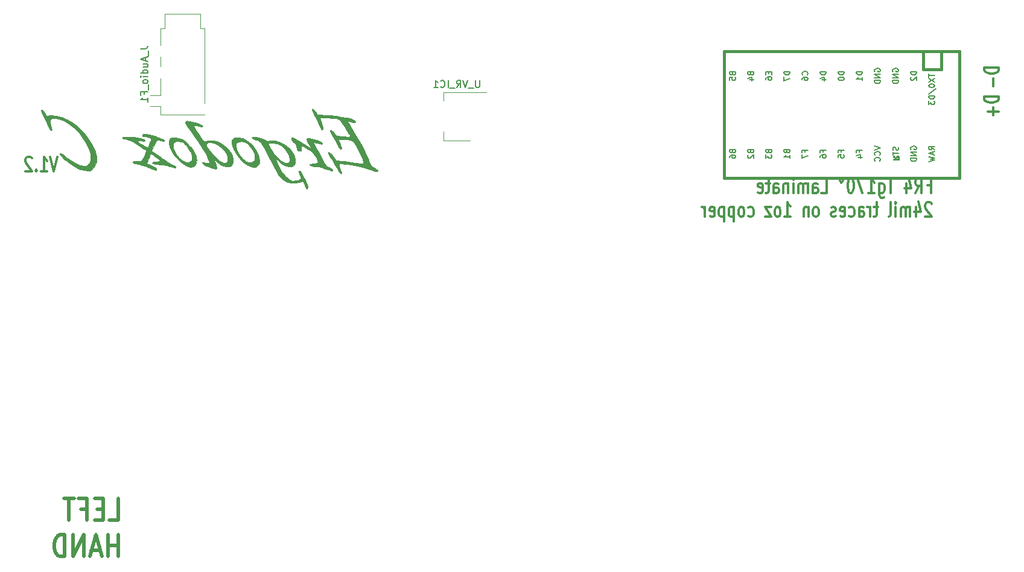
<source format=gbo>
G04 #@! TF.GenerationSoftware,KiCad,Pcbnew,(5.0.2)-1*
G04 #@! TF.CreationDate,2019-03-30T19:47:43+05:30*
G04 #@! TF.ProjectId,ErgodoxBle,4572676f-646f-4784-926c-652e6b696361,rev?*
G04 #@! TF.SameCoordinates,Original*
G04 #@! TF.FileFunction,Legend,Bot*
G04 #@! TF.FilePolarity,Positive*
%FSLAX46Y46*%
G04 Gerber Fmt 4.6, Leading zero omitted, Abs format (unit mm)*
G04 Created by KiCad (PCBNEW (5.0.2)-1) date 3/30/2019 7:47:43 PM*
%MOMM*%
%LPD*%
G01*
G04 APERTURE LIST*
%ADD10C,0.304800*%
%ADD11C,0.508000*%
%ADD12C,0.381000*%
%ADD13C,0.150000*%
%ADD14C,0.120000*%
%ADD15C,0.010000*%
G04 APERTURE END LIST*
D10*
X68672165Y-48770298D02*
X68164165Y-50802298D01*
X67656165Y-48770298D01*
X66349880Y-50802298D02*
X67220737Y-50802298D01*
X66785308Y-50802298D02*
X66785308Y-48770298D01*
X66930451Y-49060583D01*
X67075594Y-49254107D01*
X67220737Y-49350869D01*
X65696737Y-50608774D02*
X65624165Y-50705536D01*
X65696737Y-50802298D01*
X65769308Y-50705536D01*
X65696737Y-50608774D01*
X65696737Y-50802298D01*
X65043594Y-48963821D02*
X64971022Y-48867060D01*
X64825880Y-48770298D01*
X64463022Y-48770298D01*
X64317880Y-48867060D01*
X64245308Y-48963821D01*
X64172737Y-49157345D01*
X64172737Y-49350869D01*
X64245308Y-49641155D01*
X65116165Y-50802298D01*
X64172737Y-50802298D01*
X200753738Y-36246888D02*
X198721738Y-36246888D01*
X198721738Y-36609745D01*
X198818500Y-36827460D01*
X199012023Y-36972602D01*
X199205547Y-37045174D01*
X199592595Y-37117745D01*
X199882880Y-37117745D01*
X200269928Y-37045174D01*
X200463452Y-36972602D01*
X200656976Y-36827460D01*
X200753738Y-36609745D01*
X200753738Y-36246888D01*
X199979642Y-37770888D02*
X199979642Y-38932031D01*
X200705478Y-40305808D02*
X198673478Y-40305808D01*
X198673478Y-40668665D01*
X198770240Y-40886380D01*
X198963763Y-41031522D01*
X199157287Y-41104094D01*
X199544335Y-41176665D01*
X199834620Y-41176665D01*
X200221668Y-41104094D01*
X200415192Y-41031522D01*
X200608716Y-40886380D01*
X200705478Y-40668665D01*
X200705478Y-40305808D01*
X199931382Y-41829808D02*
X199931382Y-42990951D01*
X200705478Y-42410380D02*
X199157287Y-42410380D01*
D11*
X75960514Y-99803857D02*
X77170038Y-99803857D01*
X77170038Y-96755857D01*
X75113847Y-98207285D02*
X74267180Y-98207285D01*
X73904323Y-99803857D02*
X75113847Y-99803857D01*
X75113847Y-96755857D01*
X73904323Y-96755857D01*
X71969085Y-98207285D02*
X72815752Y-98207285D01*
X72815752Y-99803857D02*
X72815752Y-96755857D01*
X71606228Y-96755857D01*
X71001466Y-96755857D02*
X69550038Y-96755857D01*
X70275752Y-99803857D02*
X70275752Y-96755857D01*
X77170038Y-104883857D02*
X77170038Y-101835857D01*
X77170038Y-103287285D02*
X75718609Y-103287285D01*
X75718609Y-104883857D02*
X75718609Y-101835857D01*
X74630038Y-104013000D02*
X73420514Y-104013000D01*
X74871942Y-104883857D02*
X74025276Y-101835857D01*
X73178609Y-104883857D01*
X72331942Y-104883857D02*
X72331942Y-101835857D01*
X70880514Y-104883857D01*
X70880514Y-101835857D01*
X69670990Y-104883857D02*
X69670990Y-101835857D01*
X69066228Y-101835857D01*
X68703371Y-101981000D01*
X68461466Y-102271285D01*
X68340514Y-102561571D01*
X68219561Y-103142142D01*
X68219561Y-103577571D01*
X68340514Y-104158142D01*
X68461466Y-104448428D01*
X68703371Y-104738714D01*
X69066228Y-104883857D01*
X69670990Y-104883857D01*
D10*
X190701022Y-52788457D02*
X191209022Y-52788457D01*
X191209022Y-53852838D02*
X191209022Y-51820838D01*
X190483308Y-51820838D01*
X189031880Y-53852838D02*
X189539880Y-52885219D01*
X189902737Y-53852838D02*
X189902737Y-51820838D01*
X189322165Y-51820838D01*
X189177022Y-51917600D01*
X189104451Y-52014361D01*
X189031880Y-52207885D01*
X189031880Y-52498171D01*
X189104451Y-52691695D01*
X189177022Y-52788457D01*
X189322165Y-52885219D01*
X189902737Y-52885219D01*
X187725594Y-52498171D02*
X187725594Y-53852838D01*
X188088451Y-51724076D02*
X188451308Y-53175504D01*
X187507880Y-53175504D01*
X185983880Y-51820838D02*
X185113022Y-51820838D01*
X185548451Y-53852838D02*
X185548451Y-51820838D01*
X183951880Y-52498171D02*
X183951880Y-54143123D01*
X184024451Y-54336647D01*
X184097022Y-54433409D01*
X184242165Y-54530171D01*
X184459880Y-54530171D01*
X184605022Y-54433409D01*
X183951880Y-53756076D02*
X184097022Y-53852838D01*
X184387308Y-53852838D01*
X184532451Y-53756076D01*
X184605022Y-53659314D01*
X184677594Y-53465790D01*
X184677594Y-52885219D01*
X184605022Y-52691695D01*
X184532451Y-52594933D01*
X184387308Y-52498171D01*
X184097022Y-52498171D01*
X183951880Y-52594933D01*
X182427880Y-53852838D02*
X183298737Y-53852838D01*
X182863308Y-53852838D02*
X182863308Y-51820838D01*
X183008451Y-52111123D01*
X183153594Y-52304647D01*
X183298737Y-52401409D01*
X181919880Y-51820838D02*
X180903880Y-51820838D01*
X181557022Y-53852838D01*
X180033022Y-51820838D02*
X179887880Y-51820838D01*
X179742737Y-51917600D01*
X179670165Y-52014361D01*
X179597594Y-52207885D01*
X179525022Y-52594933D01*
X179525022Y-53078742D01*
X179597594Y-53465790D01*
X179670165Y-53659314D01*
X179742737Y-53756076D01*
X179887880Y-53852838D01*
X180033022Y-53852838D01*
X180178165Y-53756076D01*
X180250737Y-53659314D01*
X180323308Y-53465790D01*
X180395880Y-53078742D01*
X180395880Y-52594933D01*
X180323308Y-52207885D01*
X180250737Y-52014361D01*
X180178165Y-51917600D01*
X180033022Y-51820838D01*
X178654165Y-51820838D02*
X178799308Y-51917600D01*
X178871880Y-52111123D01*
X178799308Y-52304647D01*
X178654165Y-52401409D01*
X178509022Y-52304647D01*
X178436451Y-52111123D01*
X178509022Y-51917600D01*
X178654165Y-51820838D01*
X175823880Y-53852838D02*
X176549594Y-53852838D01*
X176549594Y-51820838D01*
X174662737Y-53852838D02*
X174662737Y-52788457D01*
X174735308Y-52594933D01*
X174880451Y-52498171D01*
X175170737Y-52498171D01*
X175315880Y-52594933D01*
X174662737Y-53756076D02*
X174807880Y-53852838D01*
X175170737Y-53852838D01*
X175315880Y-53756076D01*
X175388451Y-53562552D01*
X175388451Y-53369028D01*
X175315880Y-53175504D01*
X175170737Y-53078742D01*
X174807880Y-53078742D01*
X174662737Y-52981980D01*
X173937022Y-53852838D02*
X173937022Y-52498171D01*
X173937022Y-52691695D02*
X173864451Y-52594933D01*
X173719308Y-52498171D01*
X173501594Y-52498171D01*
X173356451Y-52594933D01*
X173283880Y-52788457D01*
X173283880Y-53852838D01*
X173283880Y-52788457D02*
X173211308Y-52594933D01*
X173066165Y-52498171D01*
X172848451Y-52498171D01*
X172703308Y-52594933D01*
X172630737Y-52788457D01*
X172630737Y-53852838D01*
X171905022Y-53852838D02*
X171905022Y-52498171D01*
X171905022Y-51820838D02*
X171977594Y-51917600D01*
X171905022Y-52014361D01*
X171832451Y-51917600D01*
X171905022Y-51820838D01*
X171905022Y-52014361D01*
X171179308Y-52498171D02*
X171179308Y-53852838D01*
X171179308Y-52691695D02*
X171106737Y-52594933D01*
X170961594Y-52498171D01*
X170743880Y-52498171D01*
X170598737Y-52594933D01*
X170526165Y-52788457D01*
X170526165Y-53852838D01*
X169147308Y-53852838D02*
X169147308Y-52788457D01*
X169219880Y-52594933D01*
X169365022Y-52498171D01*
X169655308Y-52498171D01*
X169800451Y-52594933D01*
X169147308Y-53756076D02*
X169292451Y-53852838D01*
X169655308Y-53852838D01*
X169800451Y-53756076D01*
X169873022Y-53562552D01*
X169873022Y-53369028D01*
X169800451Y-53175504D01*
X169655308Y-53078742D01*
X169292451Y-53078742D01*
X169147308Y-52981980D01*
X168639308Y-52498171D02*
X168058737Y-52498171D01*
X168421594Y-51820838D02*
X168421594Y-53562552D01*
X168349022Y-53756076D01*
X168203880Y-53852838D01*
X168058737Y-53852838D01*
X166970165Y-53756076D02*
X167115308Y-53852838D01*
X167405594Y-53852838D01*
X167550737Y-53756076D01*
X167623308Y-53562552D01*
X167623308Y-52788457D01*
X167550737Y-52594933D01*
X167405594Y-52498171D01*
X167115308Y-52498171D01*
X166970165Y-52594933D01*
X166897594Y-52788457D01*
X166897594Y-52981980D01*
X167623308Y-53175504D01*
X191281594Y-55367161D02*
X191209022Y-55270400D01*
X191063880Y-55173638D01*
X190701022Y-55173638D01*
X190555880Y-55270400D01*
X190483308Y-55367161D01*
X190410737Y-55560685D01*
X190410737Y-55754209D01*
X190483308Y-56044495D01*
X191354165Y-57205638D01*
X190410737Y-57205638D01*
X189104451Y-55850971D02*
X189104451Y-57205638D01*
X189467308Y-55076876D02*
X189830165Y-56528304D01*
X188886737Y-56528304D01*
X188306165Y-57205638D02*
X188306165Y-55850971D01*
X188306165Y-56044495D02*
X188233594Y-55947733D01*
X188088451Y-55850971D01*
X187870737Y-55850971D01*
X187725594Y-55947733D01*
X187653022Y-56141257D01*
X187653022Y-57205638D01*
X187653022Y-56141257D02*
X187580451Y-55947733D01*
X187435308Y-55850971D01*
X187217594Y-55850971D01*
X187072451Y-55947733D01*
X186999880Y-56141257D01*
X186999880Y-57205638D01*
X186274165Y-57205638D02*
X186274165Y-55850971D01*
X186274165Y-55173638D02*
X186346737Y-55270400D01*
X186274165Y-55367161D01*
X186201594Y-55270400D01*
X186274165Y-55173638D01*
X186274165Y-55367161D01*
X185330737Y-57205638D02*
X185475880Y-57108876D01*
X185548451Y-56915352D01*
X185548451Y-55173638D01*
X183806737Y-55850971D02*
X183226165Y-55850971D01*
X183589022Y-55173638D02*
X183589022Y-56915352D01*
X183516451Y-57108876D01*
X183371308Y-57205638D01*
X183226165Y-57205638D01*
X182718165Y-57205638D02*
X182718165Y-55850971D01*
X182718165Y-56238019D02*
X182645594Y-56044495D01*
X182573022Y-55947733D01*
X182427880Y-55850971D01*
X182282737Y-55850971D01*
X181121594Y-57205638D02*
X181121594Y-56141257D01*
X181194165Y-55947733D01*
X181339308Y-55850971D01*
X181629594Y-55850971D01*
X181774737Y-55947733D01*
X181121594Y-57108876D02*
X181266737Y-57205638D01*
X181629594Y-57205638D01*
X181774737Y-57108876D01*
X181847308Y-56915352D01*
X181847308Y-56721828D01*
X181774737Y-56528304D01*
X181629594Y-56431542D01*
X181266737Y-56431542D01*
X181121594Y-56334780D01*
X179742737Y-57108876D02*
X179887880Y-57205638D01*
X180178165Y-57205638D01*
X180323308Y-57108876D01*
X180395880Y-57012114D01*
X180468451Y-56818590D01*
X180468451Y-56238019D01*
X180395880Y-56044495D01*
X180323308Y-55947733D01*
X180178165Y-55850971D01*
X179887880Y-55850971D01*
X179742737Y-55947733D01*
X178509022Y-57108876D02*
X178654165Y-57205638D01*
X178944451Y-57205638D01*
X179089594Y-57108876D01*
X179162165Y-56915352D01*
X179162165Y-56141257D01*
X179089594Y-55947733D01*
X178944451Y-55850971D01*
X178654165Y-55850971D01*
X178509022Y-55947733D01*
X178436451Y-56141257D01*
X178436451Y-56334780D01*
X179162165Y-56528304D01*
X177855880Y-57108876D02*
X177710737Y-57205638D01*
X177420451Y-57205638D01*
X177275308Y-57108876D01*
X177202737Y-56915352D01*
X177202737Y-56818590D01*
X177275308Y-56625066D01*
X177420451Y-56528304D01*
X177638165Y-56528304D01*
X177783308Y-56431542D01*
X177855880Y-56238019D01*
X177855880Y-56141257D01*
X177783308Y-55947733D01*
X177638165Y-55850971D01*
X177420451Y-55850971D01*
X177275308Y-55947733D01*
X175170737Y-57205638D02*
X175315880Y-57108876D01*
X175388451Y-57012114D01*
X175461022Y-56818590D01*
X175461022Y-56238019D01*
X175388451Y-56044495D01*
X175315880Y-55947733D01*
X175170737Y-55850971D01*
X174953022Y-55850971D01*
X174807880Y-55947733D01*
X174735308Y-56044495D01*
X174662737Y-56238019D01*
X174662737Y-56818590D01*
X174735308Y-57012114D01*
X174807880Y-57108876D01*
X174953022Y-57205638D01*
X175170737Y-57205638D01*
X174009594Y-55850971D02*
X174009594Y-57205638D01*
X174009594Y-56044495D02*
X173937022Y-55947733D01*
X173791880Y-55850971D01*
X173574165Y-55850971D01*
X173429022Y-55947733D01*
X173356451Y-56141257D01*
X173356451Y-57205638D01*
X170671308Y-57205638D02*
X171542165Y-57205638D01*
X171106737Y-57205638D02*
X171106737Y-55173638D01*
X171251880Y-55463923D01*
X171397022Y-55657447D01*
X171542165Y-55754209D01*
X169800451Y-57205638D02*
X169945594Y-57108876D01*
X170018165Y-57012114D01*
X170090737Y-56818590D01*
X170090737Y-56238019D01*
X170018165Y-56044495D01*
X169945594Y-55947733D01*
X169800451Y-55850971D01*
X169582737Y-55850971D01*
X169437594Y-55947733D01*
X169365022Y-56044495D01*
X169292451Y-56238019D01*
X169292451Y-56818590D01*
X169365022Y-57012114D01*
X169437594Y-57108876D01*
X169582737Y-57205638D01*
X169800451Y-57205638D01*
X168784451Y-55850971D02*
X167986165Y-55850971D01*
X168784451Y-57205638D01*
X167986165Y-57205638D01*
X165591308Y-57108876D02*
X165736451Y-57205638D01*
X166026737Y-57205638D01*
X166171880Y-57108876D01*
X166244451Y-57012114D01*
X166317022Y-56818590D01*
X166317022Y-56238019D01*
X166244451Y-56044495D01*
X166171880Y-55947733D01*
X166026737Y-55850971D01*
X165736451Y-55850971D01*
X165591308Y-55947733D01*
X164720451Y-57205638D02*
X164865594Y-57108876D01*
X164938165Y-57012114D01*
X165010737Y-56818590D01*
X165010737Y-56238019D01*
X164938165Y-56044495D01*
X164865594Y-55947733D01*
X164720451Y-55850971D01*
X164502737Y-55850971D01*
X164357594Y-55947733D01*
X164285022Y-56044495D01*
X164212451Y-56238019D01*
X164212451Y-56818590D01*
X164285022Y-57012114D01*
X164357594Y-57108876D01*
X164502737Y-57205638D01*
X164720451Y-57205638D01*
X163559308Y-55850971D02*
X163559308Y-57882971D01*
X163559308Y-55947733D02*
X163414165Y-55850971D01*
X163123880Y-55850971D01*
X162978737Y-55947733D01*
X162906165Y-56044495D01*
X162833594Y-56238019D01*
X162833594Y-56818590D01*
X162906165Y-57012114D01*
X162978737Y-57108876D01*
X163123880Y-57205638D01*
X163414165Y-57205638D01*
X163559308Y-57108876D01*
X162180451Y-55850971D02*
X162180451Y-57882971D01*
X162180451Y-55947733D02*
X162035308Y-55850971D01*
X161745022Y-55850971D01*
X161599880Y-55947733D01*
X161527308Y-56044495D01*
X161454737Y-56238019D01*
X161454737Y-56818590D01*
X161527308Y-57012114D01*
X161599880Y-57108876D01*
X161745022Y-57205638D01*
X162035308Y-57205638D01*
X162180451Y-57108876D01*
X160221022Y-57108876D02*
X160366165Y-57205638D01*
X160656451Y-57205638D01*
X160801594Y-57108876D01*
X160874165Y-56915352D01*
X160874165Y-56141257D01*
X160801594Y-55947733D01*
X160656451Y-55850971D01*
X160366165Y-55850971D01*
X160221022Y-55947733D01*
X160148451Y-56141257D01*
X160148451Y-56334780D01*
X160874165Y-56528304D01*
X159495308Y-57205638D02*
X159495308Y-55850971D01*
X159495308Y-56238019D02*
X159422737Y-56044495D01*
X159350165Y-55947733D01*
X159205022Y-55850971D01*
X159059880Y-55850971D01*
D12*
G04 #@! TO.C,proMicro1*
X190096140Y-36548060D02*
X190096140Y-34008060D01*
X192636140Y-36548060D02*
X190096140Y-36548060D01*
D13*
G36*
X186347110Y-48942695D02*
X186247110Y-48942695D01*
X186247110Y-49042695D01*
X186347110Y-49042695D01*
X186347110Y-48942695D01*
G37*
X186347110Y-48942695D02*
X186247110Y-48942695D01*
X186247110Y-49042695D01*
X186347110Y-49042695D01*
X186347110Y-48942695D01*
G36*
X186747110Y-49142695D02*
X185947110Y-49142695D01*
X185947110Y-49242695D01*
X186747110Y-49242695D01*
X186747110Y-49142695D01*
G37*
X186747110Y-49142695D02*
X185947110Y-49142695D01*
X185947110Y-49242695D01*
X186747110Y-49242695D01*
X186747110Y-49142695D01*
G36*
X186147110Y-48742695D02*
X185947110Y-48742695D01*
X185947110Y-48842695D01*
X186147110Y-48842695D01*
X186147110Y-48742695D01*
G37*
X186147110Y-48742695D02*
X185947110Y-48742695D01*
X185947110Y-48842695D01*
X186147110Y-48842695D01*
X186147110Y-48742695D01*
G36*
X186747110Y-48742695D02*
X186447110Y-48742695D01*
X186447110Y-48842695D01*
X186747110Y-48842695D01*
X186747110Y-48742695D01*
G37*
X186747110Y-48742695D02*
X186447110Y-48742695D01*
X186447110Y-48842695D01*
X186747110Y-48842695D01*
X186747110Y-48742695D01*
G36*
X186747110Y-48742695D02*
X186647110Y-48742695D01*
X186647110Y-49242695D01*
X186747110Y-49242695D01*
X186747110Y-48742695D01*
G37*
X186747110Y-48742695D02*
X186647110Y-48742695D01*
X186647110Y-49242695D01*
X186747110Y-49242695D01*
X186747110Y-48742695D01*
D12*
X162156140Y-51788060D02*
X195176140Y-51788060D01*
X162156140Y-34008060D02*
X162156140Y-51788060D01*
X195176140Y-34008060D02*
X162156140Y-34008060D01*
X195176140Y-51788060D02*
X195176140Y-34008060D01*
X192636140Y-36548060D02*
X192636140Y-34008060D01*
D14*
G04 #@! TO.C,U_VR_IC1*
X122793840Y-46523960D02*
X122793840Y-45263960D01*
X122793840Y-39703960D02*
X122793840Y-40963960D01*
X126553840Y-46523960D02*
X122793840Y-46523960D01*
X128803840Y-39703960D02*
X122793840Y-39703960D01*
G04 #@! TO.C,J_Audio_F1*
X83115220Y-40177180D02*
X81715220Y-40177180D01*
X83115220Y-41727180D02*
X81715220Y-41727180D01*
X89315220Y-41277180D02*
X89315220Y-30752180D01*
X83115220Y-41727180D02*
X83115220Y-42852180D01*
X83115220Y-37777180D02*
X83115220Y-40177180D01*
X83115220Y-34777180D02*
X83115220Y-36127180D01*
X83115220Y-30752180D02*
X83115220Y-33127180D01*
X89315220Y-42852180D02*
X83115220Y-42852180D01*
X83115220Y-30752180D02*
X83715220Y-30752180D01*
X88715220Y-30752180D02*
X89315220Y-30752180D01*
X83715220Y-28752180D02*
X88715220Y-28752180D01*
X83715220Y-30752180D02*
X83715220Y-28752180D01*
X88715220Y-30752180D02*
X88715220Y-28752180D01*
D15*
G04 #@! TO.C,G\002A\002A\002A*
G36*
X95953181Y-46022870D02*
X95910641Y-46096811D01*
X96020179Y-46200422D01*
X96268215Y-46317647D01*
X96499269Y-46394117D01*
X96726746Y-46468382D01*
X96921524Y-46561061D01*
X97099521Y-46693824D01*
X97276656Y-46888337D01*
X97468847Y-47166269D01*
X97692014Y-47549289D01*
X97962075Y-48059063D01*
X98294949Y-48717261D01*
X98482136Y-49093128D01*
X98780454Y-49684818D01*
X99072279Y-50247637D01*
X99337798Y-50744557D01*
X99557200Y-51138552D01*
X99710673Y-51392594D01*
X99719611Y-51405911D01*
X100186992Y-51934687D01*
X100743627Y-52290163D01*
X101372172Y-52466479D01*
X102055282Y-52457775D01*
X102517207Y-52351113D01*
X102808493Y-52265648D01*
X103015842Y-52216111D01*
X103087090Y-52211643D01*
X103139709Y-52312105D01*
X103249783Y-52540188D01*
X103360785Y-52776456D01*
X103507654Y-53086844D01*
X103597760Y-53248569D01*
X103657738Y-53295120D01*
X103714220Y-53259983D01*
X103731135Y-53242122D01*
X103783771Y-53132579D01*
X103771571Y-52959830D01*
X103685725Y-52691628D01*
X103517426Y-52295727D01*
X103407060Y-52055779D01*
X103130710Y-51482005D01*
X102915840Y-51081036D01*
X102752307Y-50837777D01*
X102629964Y-50737136D01*
X102538735Y-50763941D01*
X102501827Y-50898548D01*
X102573142Y-51135022D01*
X102658422Y-51315725D01*
X102776670Y-51590267D01*
X102829190Y-51797929D01*
X102822543Y-51858676D01*
X102675794Y-51969341D01*
X102407273Y-52067974D01*
X102083324Y-52138728D01*
X101770289Y-52165758D01*
X101597973Y-52151170D01*
X101159511Y-51968947D01*
X100713518Y-51610749D01*
X100286531Y-51100444D01*
X100085801Y-50791262D01*
X99861892Y-50400863D01*
X99639396Y-49987217D01*
X99439954Y-49593744D01*
X99285207Y-49263867D01*
X99196797Y-49041008D01*
X99184221Y-48982293D01*
X99246097Y-49008702D01*
X99407111Y-49144691D01*
X99598203Y-49327298D01*
X100167785Y-49802225D01*
X100733681Y-50094437D01*
X101226284Y-50193881D01*
X101599400Y-50145901D01*
X101846588Y-49957975D01*
X101977918Y-49617979D01*
X102006444Y-49254491D01*
X101983898Y-49120945D01*
X101247448Y-49120945D01*
X101206213Y-49426343D01*
X101140962Y-49530336D01*
X100911926Y-49642977D01*
X100589910Y-49622319D01*
X100217967Y-49475438D01*
X100008857Y-49344232D01*
X99702961Y-49086749D01*
X99374203Y-48746676D01*
X99047774Y-48358652D01*
X98748867Y-47957318D01*
X98502673Y-47577313D01*
X98334387Y-47253277D01*
X98269199Y-47019849D01*
X98276606Y-46962372D01*
X98378043Y-46862447D01*
X98612020Y-46815830D01*
X98828491Y-46809687D01*
X99464765Y-46910476D01*
X100048981Y-47197800D01*
X100560932Y-47657926D01*
X100976277Y-48269314D01*
X101169139Y-48722528D01*
X101247448Y-49120945D01*
X101983898Y-49120945D01*
X101917915Y-48730115D01*
X101672676Y-48209477D01*
X101301246Y-47716368D01*
X100834144Y-47274576D01*
X100301889Y-46907894D01*
X99735000Y-46640110D01*
X99163997Y-46495017D01*
X98619399Y-46496403D01*
X98499072Y-46520429D01*
X98196220Y-46565557D01*
X97951057Y-46510826D01*
X97775212Y-46417933D01*
X97408280Y-46251181D01*
X96942482Y-46109956D01*
X96467089Y-46017671D01*
X96161381Y-45994656D01*
X95953181Y-46022870D01*
X95953181Y-46022870D01*
G37*
X95953181Y-46022870D02*
X95910641Y-46096811D01*
X96020179Y-46200422D01*
X96268215Y-46317647D01*
X96499269Y-46394117D01*
X96726746Y-46468382D01*
X96921524Y-46561061D01*
X97099521Y-46693824D01*
X97276656Y-46888337D01*
X97468847Y-47166269D01*
X97692014Y-47549289D01*
X97962075Y-48059063D01*
X98294949Y-48717261D01*
X98482136Y-49093128D01*
X98780454Y-49684818D01*
X99072279Y-50247637D01*
X99337798Y-50744557D01*
X99557200Y-51138552D01*
X99710673Y-51392594D01*
X99719611Y-51405911D01*
X100186992Y-51934687D01*
X100743627Y-52290163D01*
X101372172Y-52466479D01*
X102055282Y-52457775D01*
X102517207Y-52351113D01*
X102808493Y-52265648D01*
X103015842Y-52216111D01*
X103087090Y-52211643D01*
X103139709Y-52312105D01*
X103249783Y-52540188D01*
X103360785Y-52776456D01*
X103507654Y-53086844D01*
X103597760Y-53248569D01*
X103657738Y-53295120D01*
X103714220Y-53259983D01*
X103731135Y-53242122D01*
X103783771Y-53132579D01*
X103771571Y-52959830D01*
X103685725Y-52691628D01*
X103517426Y-52295727D01*
X103407060Y-52055779D01*
X103130710Y-51482005D01*
X102915840Y-51081036D01*
X102752307Y-50837777D01*
X102629964Y-50737136D01*
X102538735Y-50763941D01*
X102501827Y-50898548D01*
X102573142Y-51135022D01*
X102658422Y-51315725D01*
X102776670Y-51590267D01*
X102829190Y-51797929D01*
X102822543Y-51858676D01*
X102675794Y-51969341D01*
X102407273Y-52067974D01*
X102083324Y-52138728D01*
X101770289Y-52165758D01*
X101597973Y-52151170D01*
X101159511Y-51968947D01*
X100713518Y-51610749D01*
X100286531Y-51100444D01*
X100085801Y-50791262D01*
X99861892Y-50400863D01*
X99639396Y-49987217D01*
X99439954Y-49593744D01*
X99285207Y-49263867D01*
X99196797Y-49041008D01*
X99184221Y-48982293D01*
X99246097Y-49008702D01*
X99407111Y-49144691D01*
X99598203Y-49327298D01*
X100167785Y-49802225D01*
X100733681Y-50094437D01*
X101226284Y-50193881D01*
X101599400Y-50145901D01*
X101846588Y-49957975D01*
X101977918Y-49617979D01*
X102006444Y-49254491D01*
X101983898Y-49120945D01*
X101247448Y-49120945D01*
X101206213Y-49426343D01*
X101140962Y-49530336D01*
X100911926Y-49642977D01*
X100589910Y-49622319D01*
X100217967Y-49475438D01*
X100008857Y-49344232D01*
X99702961Y-49086749D01*
X99374203Y-48746676D01*
X99047774Y-48358652D01*
X98748867Y-47957318D01*
X98502673Y-47577313D01*
X98334387Y-47253277D01*
X98269199Y-47019849D01*
X98276606Y-46962372D01*
X98378043Y-46862447D01*
X98612020Y-46815830D01*
X98828491Y-46809687D01*
X99464765Y-46910476D01*
X100048981Y-47197800D01*
X100560932Y-47657926D01*
X100976277Y-48269314D01*
X101169139Y-48722528D01*
X101247448Y-49120945D01*
X101983898Y-49120945D01*
X101917915Y-48730115D01*
X101672676Y-48209477D01*
X101301246Y-47716368D01*
X100834144Y-47274576D01*
X100301889Y-46907894D01*
X99735000Y-46640110D01*
X99163997Y-46495017D01*
X98619399Y-46496403D01*
X98499072Y-46520429D01*
X98196220Y-46565557D01*
X97951057Y-46510826D01*
X97775212Y-46417933D01*
X97408280Y-46251181D01*
X96942482Y-46109956D01*
X96467089Y-46017671D01*
X96161381Y-45994656D01*
X95953181Y-46022870D01*
G36*
X104351070Y-42090281D02*
X104376390Y-42272267D01*
X104511789Y-42575219D01*
X104650001Y-42809142D01*
X104826909Y-43117870D01*
X105040981Y-43536441D01*
X105253749Y-43988639D01*
X105313045Y-44122848D01*
X105483246Y-44495649D01*
X105631992Y-44786269D01*
X105737508Y-44953782D01*
X105768380Y-44978656D01*
X105882067Y-44921999D01*
X105898640Y-44739887D01*
X105817142Y-44414103D01*
X105725030Y-44153391D01*
X105603419Y-43811070D01*
X105517680Y-43533267D01*
X105487184Y-43386339D01*
X105513632Y-43317083D01*
X105608803Y-43274212D01*
X105796438Y-43257288D01*
X106100275Y-43265874D01*
X106544057Y-43299532D01*
X107133481Y-43356004D01*
X107510271Y-43390702D01*
X107789066Y-43422203D01*
X108000299Y-43473528D01*
X108174402Y-43567700D01*
X108341809Y-43727740D01*
X108532951Y-43976670D01*
X108778262Y-44337511D01*
X109108175Y-44833287D01*
X109130661Y-44866837D01*
X109372707Y-45239589D01*
X109566481Y-45560568D01*
X109688443Y-45789377D01*
X109718624Y-45875798D01*
X109683783Y-45936031D01*
X109557866Y-45967584D01*
X109311944Y-45972431D01*
X108917088Y-45952542D01*
X108756259Y-45941399D01*
X108316167Y-45906056D01*
X108022942Y-45868052D01*
X107835501Y-45815358D01*
X107712761Y-45735942D01*
X107613640Y-45617776D01*
X107603851Y-45603943D01*
X107336234Y-45257352D01*
X107118903Y-45043607D01*
X106968196Y-44974384D01*
X106900453Y-45061357D01*
X106898296Y-45099766D01*
X106946978Y-45234349D01*
X107077185Y-45491745D01*
X107265160Y-45826360D01*
X107361532Y-45988766D01*
X107603426Y-46404708D01*
X107832445Y-46824062D01*
X108007455Y-47170877D01*
X108038796Y-47239256D01*
X108194198Y-47526828D01*
X108339635Y-47692882D01*
X108449241Y-47719029D01*
X108497152Y-47586880D01*
X108497555Y-47565408D01*
X108456714Y-47381903D01*
X108354426Y-47110517D01*
X108309407Y-47010656D01*
X108159372Y-46666951D01*
X108115582Y-46451662D01*
X108197755Y-46340029D01*
X108425605Y-46307290D01*
X108818851Y-46328684D01*
X108850333Y-46331336D01*
X109359469Y-46377768D01*
X109720715Y-46429215D01*
X109973789Y-46506029D01*
X110158412Y-46628560D01*
X110314303Y-46817161D01*
X110481184Y-47092182D01*
X110541043Y-47197611D01*
X110824844Y-47719937D01*
X111087907Y-48242386D01*
X111313330Y-48727510D01*
X111484210Y-49137860D01*
X111583644Y-49435991D01*
X111601999Y-49548119D01*
X111582760Y-49662097D01*
X111506082Y-49728076D01*
X111343527Y-49747426D01*
X111066656Y-49721515D01*
X110647030Y-49651714D01*
X110401722Y-49605906D01*
X109939186Y-49530260D01*
X109386538Y-49457879D01*
X108841628Y-49401148D01*
X108679749Y-49387940D01*
X107734720Y-49317645D01*
X107311009Y-48722950D01*
X107044476Y-48384550D01*
X106829087Y-48181307D01*
X106681257Y-48124250D01*
X106617401Y-48224410D01*
X106616073Y-48256018D01*
X106668416Y-48390296D01*
X106808647Y-48643077D01*
X107011567Y-48970464D01*
X107126382Y-49145018D01*
X107403857Y-49574903D01*
X107681730Y-50031761D01*
X107908957Y-50431097D01*
X107949530Y-50507542D01*
X108160932Y-50876463D01*
X108330886Y-51099030D01*
X108446929Y-51163459D01*
X108496599Y-51057965D01*
X108497555Y-51025757D01*
X108461855Y-50841157D01*
X108370460Y-50551033D01*
X108296590Y-50353798D01*
X108195421Y-50062494D01*
X108149182Y-49850427D01*
X108156982Y-49783007D01*
X108275207Y-49763925D01*
X108541702Y-49771920D01*
X108918855Y-49802620D01*
X109369056Y-49851654D01*
X109854691Y-49914650D01*
X110338151Y-49987238D01*
X110781824Y-50065045D01*
X111037555Y-50117798D01*
X111476861Y-50230503D01*
X111992015Y-50383868D01*
X112482530Y-50547693D01*
X112553905Y-50573553D01*
X113000401Y-50733751D01*
X113297624Y-50826937D01*
X113472819Y-50856433D01*
X113553233Y-50825559D01*
X113566111Y-50737638D01*
X113560103Y-50696217D01*
X113456093Y-50553835D01*
X113226826Y-50405926D01*
X113115270Y-50355979D01*
X112924086Y-50271160D01*
X112782223Y-50169868D01*
X112660957Y-50012060D01*
X112531559Y-49757691D01*
X112365305Y-49366716D01*
X112311710Y-49235818D01*
X112078627Y-48687599D01*
X111829113Y-48151426D01*
X111544930Y-47593053D01*
X111207839Y-46978235D01*
X110799603Y-46272728D01*
X110301982Y-45442285D01*
X110215503Y-45299896D01*
X109928510Y-44820399D01*
X109686238Y-44400873D01*
X109504470Y-44069884D01*
X109398990Y-43856000D01*
X109380272Y-43788254D01*
X109493686Y-43778242D01*
X109722526Y-43815871D01*
X109852646Y-43848014D01*
X110182264Y-43930997D01*
X110369970Y-43953725D01*
X110454126Y-43914109D01*
X110473110Y-43814192D01*
X110382195Y-43685690D01*
X110121794Y-43553329D01*
X109710426Y-43421223D01*
X109166607Y-43293485D01*
X108508856Y-43174228D01*
X107755691Y-43067568D01*
X106925629Y-42977616D01*
X106567441Y-42946527D01*
X105166883Y-42833586D01*
X104849333Y-42432921D01*
X104596167Y-42154328D01*
X104427205Y-42045542D01*
X104351070Y-42090281D01*
X104351070Y-42090281D01*
G37*
X104351070Y-42090281D02*
X104376390Y-42272267D01*
X104511789Y-42575219D01*
X104650001Y-42809142D01*
X104826909Y-43117870D01*
X105040981Y-43536441D01*
X105253749Y-43988639D01*
X105313045Y-44122848D01*
X105483246Y-44495649D01*
X105631992Y-44786269D01*
X105737508Y-44953782D01*
X105768380Y-44978656D01*
X105882067Y-44921999D01*
X105898640Y-44739887D01*
X105817142Y-44414103D01*
X105725030Y-44153391D01*
X105603419Y-43811070D01*
X105517680Y-43533267D01*
X105487184Y-43386339D01*
X105513632Y-43317083D01*
X105608803Y-43274212D01*
X105796438Y-43257288D01*
X106100275Y-43265874D01*
X106544057Y-43299532D01*
X107133481Y-43356004D01*
X107510271Y-43390702D01*
X107789066Y-43422203D01*
X108000299Y-43473528D01*
X108174402Y-43567700D01*
X108341809Y-43727740D01*
X108532951Y-43976670D01*
X108778262Y-44337511D01*
X109108175Y-44833287D01*
X109130661Y-44866837D01*
X109372707Y-45239589D01*
X109566481Y-45560568D01*
X109688443Y-45789377D01*
X109718624Y-45875798D01*
X109683783Y-45936031D01*
X109557866Y-45967584D01*
X109311944Y-45972431D01*
X108917088Y-45952542D01*
X108756259Y-45941399D01*
X108316167Y-45906056D01*
X108022942Y-45868052D01*
X107835501Y-45815358D01*
X107712761Y-45735942D01*
X107613640Y-45617776D01*
X107603851Y-45603943D01*
X107336234Y-45257352D01*
X107118903Y-45043607D01*
X106968196Y-44974384D01*
X106900453Y-45061357D01*
X106898296Y-45099766D01*
X106946978Y-45234349D01*
X107077185Y-45491745D01*
X107265160Y-45826360D01*
X107361532Y-45988766D01*
X107603426Y-46404708D01*
X107832445Y-46824062D01*
X108007455Y-47170877D01*
X108038796Y-47239256D01*
X108194198Y-47526828D01*
X108339635Y-47692882D01*
X108449241Y-47719029D01*
X108497152Y-47586880D01*
X108497555Y-47565408D01*
X108456714Y-47381903D01*
X108354426Y-47110517D01*
X108309407Y-47010656D01*
X108159372Y-46666951D01*
X108115582Y-46451662D01*
X108197755Y-46340029D01*
X108425605Y-46307290D01*
X108818851Y-46328684D01*
X108850333Y-46331336D01*
X109359469Y-46377768D01*
X109720715Y-46429215D01*
X109973789Y-46506029D01*
X110158412Y-46628560D01*
X110314303Y-46817161D01*
X110481184Y-47092182D01*
X110541043Y-47197611D01*
X110824844Y-47719937D01*
X111087907Y-48242386D01*
X111313330Y-48727510D01*
X111484210Y-49137860D01*
X111583644Y-49435991D01*
X111601999Y-49548119D01*
X111582760Y-49662097D01*
X111506082Y-49728076D01*
X111343527Y-49747426D01*
X111066656Y-49721515D01*
X110647030Y-49651714D01*
X110401722Y-49605906D01*
X109939186Y-49530260D01*
X109386538Y-49457879D01*
X108841628Y-49401148D01*
X108679749Y-49387940D01*
X107734720Y-49317645D01*
X107311009Y-48722950D01*
X107044476Y-48384550D01*
X106829087Y-48181307D01*
X106681257Y-48124250D01*
X106617401Y-48224410D01*
X106616073Y-48256018D01*
X106668416Y-48390296D01*
X106808647Y-48643077D01*
X107011567Y-48970464D01*
X107126382Y-49145018D01*
X107403857Y-49574903D01*
X107681730Y-50031761D01*
X107908957Y-50431097D01*
X107949530Y-50507542D01*
X108160932Y-50876463D01*
X108330886Y-51099030D01*
X108446929Y-51163459D01*
X108496599Y-51057965D01*
X108497555Y-51025757D01*
X108461855Y-50841157D01*
X108370460Y-50551033D01*
X108296590Y-50353798D01*
X108195421Y-50062494D01*
X108149182Y-49850427D01*
X108156982Y-49783007D01*
X108275207Y-49763925D01*
X108541702Y-49771920D01*
X108918855Y-49802620D01*
X109369056Y-49851654D01*
X109854691Y-49914650D01*
X110338151Y-49987238D01*
X110781824Y-50065045D01*
X111037555Y-50117798D01*
X111476861Y-50230503D01*
X111992015Y-50383868D01*
X112482530Y-50547693D01*
X112553905Y-50573553D01*
X113000401Y-50733751D01*
X113297624Y-50826937D01*
X113472819Y-50856433D01*
X113553233Y-50825559D01*
X113566111Y-50737638D01*
X113560103Y-50696217D01*
X113456093Y-50553835D01*
X113226826Y-50405926D01*
X113115270Y-50355979D01*
X112924086Y-50271160D01*
X112782223Y-50169868D01*
X112660957Y-50012060D01*
X112531559Y-49757691D01*
X112365305Y-49366716D01*
X112311710Y-49235818D01*
X112078627Y-48687599D01*
X111829113Y-48151426D01*
X111544930Y-47593053D01*
X111207839Y-46978235D01*
X110799603Y-46272728D01*
X110301982Y-45442285D01*
X110215503Y-45299896D01*
X109928510Y-44820399D01*
X109686238Y-44400873D01*
X109504470Y-44069884D01*
X109398990Y-43856000D01*
X109380272Y-43788254D01*
X109493686Y-43778242D01*
X109722526Y-43815871D01*
X109852646Y-43848014D01*
X110182264Y-43930997D01*
X110369970Y-43953725D01*
X110454126Y-43914109D01*
X110473110Y-43814192D01*
X110382195Y-43685690D01*
X110121794Y-43553329D01*
X109710426Y-43421223D01*
X109166607Y-43293485D01*
X108508856Y-43174228D01*
X107755691Y-43067568D01*
X106925629Y-42977616D01*
X106567441Y-42946527D01*
X105166883Y-42833586D01*
X104849333Y-42432921D01*
X104596167Y-42154328D01*
X104427205Y-42045542D01*
X104351070Y-42090281D01*
G36*
X101502969Y-46124699D02*
X101452411Y-46242150D01*
X101458975Y-46323256D01*
X101555142Y-46525300D01*
X101752432Y-46727117D01*
X101791170Y-46755056D01*
X102043927Y-47007294D01*
X102149008Y-47315456D01*
X102229566Y-47683601D01*
X102345336Y-47888314D01*
X102525086Y-47969241D01*
X102628178Y-47975856D01*
X102805286Y-47958843D01*
X102876785Y-47868081D01*
X102881972Y-47643982D01*
X102879442Y-47594856D01*
X102876780Y-47350117D01*
X102896105Y-47220208D01*
X102903986Y-47213856D01*
X103053853Y-47265048D01*
X103310081Y-47398662D01*
X103622269Y-47584748D01*
X103940018Y-47793357D01*
X104198578Y-47983104D01*
X104509608Y-48276217D01*
X104794497Y-48626212D01*
X105021771Y-48984681D01*
X105159952Y-49303215D01*
X105184810Y-49499856D01*
X105144262Y-49614129D01*
X105031439Y-49681297D01*
X104802668Y-49717941D01*
X104569962Y-49733304D01*
X104214436Y-49773519D01*
X104028273Y-49840433D01*
X103996105Y-49922181D01*
X104102566Y-50006897D01*
X104332290Y-50082716D01*
X104669911Y-50137774D01*
X105100062Y-50160203D01*
X105122893Y-50160256D01*
X105327959Y-50190842D01*
X105656136Y-50272906D01*
X106052597Y-50391903D01*
X106271900Y-50465056D01*
X106712291Y-50616469D01*
X107002871Y-50710036D01*
X107173062Y-50749731D01*
X107252283Y-50739528D01*
X107269954Y-50683402D01*
X107257785Y-50598237D01*
X107156252Y-50463582D01*
X106924587Y-50306546D01*
X106731744Y-50211529D01*
X106516887Y-50111617D01*
X106352753Y-50004836D01*
X106209635Y-49854853D01*
X106057824Y-49625336D01*
X105867613Y-49279952D01*
X105688250Y-48935347D01*
X105438816Y-48458741D01*
X105189016Y-47992216D01*
X104971372Y-47595954D01*
X104843165Y-47371502D01*
X104696421Y-47089729D01*
X104619864Y-46873583D01*
X104623371Y-46785334D01*
X104750838Y-46766328D01*
X104983693Y-46814754D01*
X105105723Y-46856287D01*
X105476082Y-46973968D01*
X105728175Y-47004341D01*
X105841737Y-46946650D01*
X105839975Y-46883698D01*
X105724300Y-46769970D01*
X105457057Y-46626998D01*
X105070496Y-46468867D01*
X104596870Y-46309658D01*
X104378406Y-46245481D01*
X103966480Y-46158781D01*
X103713382Y-46179510D01*
X103615364Y-46312822D01*
X103668675Y-46563868D01*
X103869568Y-46937800D01*
X103871916Y-46941550D01*
X104038586Y-47210548D01*
X104163912Y-47418376D01*
X104199342Y-47480350D01*
X104157578Y-47495182D01*
X103988185Y-47427330D01*
X103726023Y-47296551D01*
X103405951Y-47122599D01*
X103062830Y-46925232D01*
X102731519Y-46724206D01*
X102446879Y-46539275D01*
X102243770Y-46390198D01*
X102189444Y-46341288D01*
X101942210Y-46166709D01*
X101689012Y-46096256D01*
X101502969Y-46124699D01*
X101502969Y-46124699D01*
G37*
X101502969Y-46124699D02*
X101452411Y-46242150D01*
X101458975Y-46323256D01*
X101555142Y-46525300D01*
X101752432Y-46727117D01*
X101791170Y-46755056D01*
X102043927Y-47007294D01*
X102149008Y-47315456D01*
X102229566Y-47683601D01*
X102345336Y-47888314D01*
X102525086Y-47969241D01*
X102628178Y-47975856D01*
X102805286Y-47958843D01*
X102876785Y-47868081D01*
X102881972Y-47643982D01*
X102879442Y-47594856D01*
X102876780Y-47350117D01*
X102896105Y-47220208D01*
X102903986Y-47213856D01*
X103053853Y-47265048D01*
X103310081Y-47398662D01*
X103622269Y-47584748D01*
X103940018Y-47793357D01*
X104198578Y-47983104D01*
X104509608Y-48276217D01*
X104794497Y-48626212D01*
X105021771Y-48984681D01*
X105159952Y-49303215D01*
X105184810Y-49499856D01*
X105144262Y-49614129D01*
X105031439Y-49681297D01*
X104802668Y-49717941D01*
X104569962Y-49733304D01*
X104214436Y-49773519D01*
X104028273Y-49840433D01*
X103996105Y-49922181D01*
X104102566Y-50006897D01*
X104332290Y-50082716D01*
X104669911Y-50137774D01*
X105100062Y-50160203D01*
X105122893Y-50160256D01*
X105327959Y-50190842D01*
X105656136Y-50272906D01*
X106052597Y-50391903D01*
X106271900Y-50465056D01*
X106712291Y-50616469D01*
X107002871Y-50710036D01*
X107173062Y-50749731D01*
X107252283Y-50739528D01*
X107269954Y-50683402D01*
X107257785Y-50598237D01*
X107156252Y-50463582D01*
X106924587Y-50306546D01*
X106731744Y-50211529D01*
X106516887Y-50111617D01*
X106352753Y-50004836D01*
X106209635Y-49854853D01*
X106057824Y-49625336D01*
X105867613Y-49279952D01*
X105688250Y-48935347D01*
X105438816Y-48458741D01*
X105189016Y-47992216D01*
X104971372Y-47595954D01*
X104843165Y-47371502D01*
X104696421Y-47089729D01*
X104619864Y-46873583D01*
X104623371Y-46785334D01*
X104750838Y-46766328D01*
X104983693Y-46814754D01*
X105105723Y-46856287D01*
X105476082Y-46973968D01*
X105728175Y-47004341D01*
X105841737Y-46946650D01*
X105839975Y-46883698D01*
X105724300Y-46769970D01*
X105457057Y-46626998D01*
X105070496Y-46468867D01*
X104596870Y-46309658D01*
X104378406Y-46245481D01*
X103966480Y-46158781D01*
X103713382Y-46179510D01*
X103615364Y-46312822D01*
X103668675Y-46563868D01*
X103869568Y-46937800D01*
X103871916Y-46941550D01*
X104038586Y-47210548D01*
X104163912Y-47418376D01*
X104199342Y-47480350D01*
X104157578Y-47495182D01*
X103988185Y-47427330D01*
X103726023Y-47296551D01*
X103405951Y-47122599D01*
X103062830Y-46925232D01*
X102731519Y-46724206D01*
X102446879Y-46539275D01*
X102243770Y-46390198D01*
X102189444Y-46341288D01*
X101942210Y-46166709D01*
X101689012Y-46096256D01*
X101502969Y-46124699D01*
G36*
X66312561Y-42312057D02*
X66400162Y-42553022D01*
X66523201Y-42768002D01*
X66686950Y-43051048D01*
X66898129Y-43451532D01*
X67122671Y-43903746D01*
X67234764Y-44140456D01*
X67480880Y-44640354D01*
X67665699Y-44953455D01*
X67785902Y-45080236D01*
X67838166Y-45021175D01*
X67819172Y-44776750D01*
X67725597Y-44347437D01*
X67654403Y-44080105D01*
X67586104Y-43800682D01*
X67588259Y-43641033D01*
X67668588Y-43529358D01*
X67718167Y-43487043D01*
X67972147Y-43389076D01*
X68346620Y-43381936D01*
X68796904Y-43459146D01*
X69278317Y-43614231D01*
X69598036Y-43759513D01*
X70328853Y-44209743D01*
X71024127Y-44776839D01*
X71663535Y-45432485D01*
X72226753Y-46148361D01*
X72693457Y-46896150D01*
X73043325Y-47647534D01*
X73256031Y-48374196D01*
X73313851Y-48936914D01*
X73289888Y-49297123D01*
X73196457Y-49558783D01*
X73046841Y-49768593D01*
X72843589Y-49976801D01*
X72636495Y-50067969D01*
X72348722Y-50084297D01*
X71846098Y-49994484D01*
X71251429Y-49744727D01*
X70579395Y-49342431D01*
X69933983Y-48866768D01*
X69540433Y-48557632D01*
X69272337Y-48360649D01*
X69106466Y-48263450D01*
X69019589Y-48253669D01*
X68988478Y-48318939D01*
X68986444Y-48362325D01*
X69064251Y-48543798D01*
X69278163Y-48798094D01*
X69598917Y-49101117D01*
X69997249Y-49428772D01*
X70443896Y-49756966D01*
X70909594Y-50061602D01*
X71357848Y-50314884D01*
X71900248Y-50548173D01*
X72433206Y-50696902D01*
X72911448Y-50752903D01*
X73289705Y-50708009D01*
X73368561Y-50677650D01*
X73663692Y-50447440D01*
X73918280Y-50085981D01*
X74086216Y-49665136D01*
X74116783Y-49511490D01*
X74123763Y-48808127D01*
X73969012Y-48068508D01*
X73671714Y-47312171D01*
X73251055Y-46558651D01*
X72726220Y-45827483D01*
X72116396Y-45138205D01*
X71440768Y-44510352D01*
X70718520Y-43963461D01*
X69968840Y-43517067D01*
X69210911Y-43190706D01*
X68463920Y-43003915D01*
X67747053Y-42976229D01*
X67702801Y-42980317D01*
X67124388Y-43038651D01*
X66871562Y-42644638D01*
X66693841Y-42397594D01*
X66537489Y-42229544D01*
X66488566Y-42196677D01*
X66341604Y-42186268D01*
X66312561Y-42312057D01*
X66312561Y-42312057D01*
G37*
X66312561Y-42312057D02*
X66400162Y-42553022D01*
X66523201Y-42768002D01*
X66686950Y-43051048D01*
X66898129Y-43451532D01*
X67122671Y-43903746D01*
X67234764Y-44140456D01*
X67480880Y-44640354D01*
X67665699Y-44953455D01*
X67785902Y-45080236D01*
X67838166Y-45021175D01*
X67819172Y-44776750D01*
X67725597Y-44347437D01*
X67654403Y-44080105D01*
X67586104Y-43800682D01*
X67588259Y-43641033D01*
X67668588Y-43529358D01*
X67718167Y-43487043D01*
X67972147Y-43389076D01*
X68346620Y-43381936D01*
X68796904Y-43459146D01*
X69278317Y-43614231D01*
X69598036Y-43759513D01*
X70328853Y-44209743D01*
X71024127Y-44776839D01*
X71663535Y-45432485D01*
X72226753Y-46148361D01*
X72693457Y-46896150D01*
X73043325Y-47647534D01*
X73256031Y-48374196D01*
X73313851Y-48936914D01*
X73289888Y-49297123D01*
X73196457Y-49558783D01*
X73046841Y-49768593D01*
X72843589Y-49976801D01*
X72636495Y-50067969D01*
X72348722Y-50084297D01*
X71846098Y-49994484D01*
X71251429Y-49744727D01*
X70579395Y-49342431D01*
X69933983Y-48866768D01*
X69540433Y-48557632D01*
X69272337Y-48360649D01*
X69106466Y-48263450D01*
X69019589Y-48253669D01*
X68988478Y-48318939D01*
X68986444Y-48362325D01*
X69064251Y-48543798D01*
X69278163Y-48798094D01*
X69598917Y-49101117D01*
X69997249Y-49428772D01*
X70443896Y-49756966D01*
X70909594Y-50061602D01*
X71357848Y-50314884D01*
X71900248Y-50548173D01*
X72433206Y-50696902D01*
X72911448Y-50752903D01*
X73289705Y-50708009D01*
X73368561Y-50677650D01*
X73663692Y-50447440D01*
X73918280Y-50085981D01*
X74086216Y-49665136D01*
X74116783Y-49511490D01*
X74123763Y-48808127D01*
X73969012Y-48068508D01*
X73671714Y-47312171D01*
X73251055Y-46558651D01*
X72726220Y-45827483D01*
X72116396Y-45138205D01*
X71440768Y-44510352D01*
X70718520Y-43963461D01*
X69968840Y-43517067D01*
X69210911Y-43190706D01*
X68463920Y-43003915D01*
X67747053Y-42976229D01*
X67702801Y-42980317D01*
X67124388Y-43038651D01*
X66871562Y-42644638D01*
X66693841Y-42397594D01*
X66537489Y-42229544D01*
X66488566Y-42196677D01*
X66341604Y-42186268D01*
X66312561Y-42312057D01*
G36*
X80722800Y-45603385D02*
X80570580Y-45686276D01*
X80557555Y-45740656D01*
X80573764Y-45876234D01*
X80587314Y-45893056D01*
X80720481Y-45912124D01*
X80965442Y-45960066D01*
X81258906Y-46022989D01*
X81537586Y-46087000D01*
X81738193Y-46138206D01*
X81798042Y-46158834D01*
X81793827Y-46262600D01*
X81728851Y-46490064D01*
X81625191Y-46782478D01*
X81504922Y-47081095D01*
X81390118Y-47327167D01*
X81311788Y-47452875D01*
X81203473Y-47443246D01*
X80986557Y-47347240D01*
X80707518Y-47193538D01*
X80412833Y-47010827D01*
X80148978Y-46827789D01*
X79962431Y-46673110D01*
X79899036Y-46580970D01*
X79986609Y-46529531D01*
X80234743Y-46529128D01*
X80416444Y-46549060D01*
X80738114Y-46569631D01*
X80914726Y-46532168D01*
X80932811Y-46445665D01*
X80778902Y-46319113D01*
X80769221Y-46313486D01*
X80563697Y-46238936D01*
X80231046Y-46165705D01*
X79812115Y-46097892D01*
X79347751Y-46039600D01*
X78878802Y-45994928D01*
X78446115Y-45967978D01*
X78090538Y-45962849D01*
X77852918Y-45983643D01*
X77780636Y-46013461D01*
X77751148Y-46141448D01*
X77866071Y-46249379D01*
X78082413Y-46299131D01*
X78103143Y-46299456D01*
X78347941Y-46323034D01*
X78622203Y-46403038D01*
X78955989Y-46553366D01*
X79379360Y-46787918D01*
X79922374Y-47120595D01*
X80040147Y-47195150D01*
X80433221Y-47445827D01*
X80764316Y-47658659D01*
X81001374Y-47812916D01*
X81112341Y-47887872D01*
X81115841Y-47890717D01*
X81105381Y-48000918D01*
X81020837Y-48232194D01*
X80887341Y-48532966D01*
X80730022Y-48851659D01*
X80574013Y-49136694D01*
X80444444Y-49336493D01*
X80380994Y-49398888D01*
X80209641Y-49420801D01*
X79928941Y-49411550D01*
X79738813Y-49391281D01*
X79445783Y-49360998D01*
X79294757Y-49377652D01*
X79243057Y-49449375D01*
X79240518Y-49486213D01*
X79320515Y-49630687D01*
X79452184Y-49695299D01*
X80036807Y-49830569D01*
X80502541Y-49954497D01*
X80916355Y-50087370D01*
X81345217Y-50249474D01*
X81531255Y-50325098D01*
X81968659Y-50502608D01*
X82258966Y-50609456D01*
X82429827Y-50650297D01*
X82508893Y-50629786D01*
X82523812Y-50552576D01*
X82515251Y-50490732D01*
X82406033Y-50349576D01*
X82135043Y-50174591D01*
X81812989Y-50018471D01*
X81142382Y-49723733D01*
X81420036Y-49055388D01*
X81560140Y-48723675D01*
X81670093Y-48473589D01*
X81727996Y-48354806D01*
X81730045Y-48352100D01*
X81824853Y-48378998D01*
X82022082Y-48499623D01*
X82277581Y-48680295D01*
X82547201Y-48887335D01*
X82786791Y-49087061D01*
X82952201Y-49245793D01*
X83001523Y-49322056D01*
X82912449Y-49409447D01*
X82641457Y-49447308D01*
X82538662Y-49449056D01*
X82222818Y-49477820D01*
X82023487Y-49554231D01*
X81969204Y-49663468D01*
X82005557Y-49725964D01*
X82117653Y-49759201D01*
X82373978Y-49799742D01*
X82731030Y-49841392D01*
X82979236Y-49864654D01*
X83465948Y-49923638D01*
X83965290Y-50012603D01*
X84391928Y-50115516D01*
X84508666Y-50151995D01*
X84874834Y-50274862D01*
X85097576Y-50338354D01*
X85212491Y-50345609D01*
X85255176Y-50299766D01*
X85261259Y-50218355D01*
X85179053Y-50103335D01*
X84964253Y-49963766D01*
X84767370Y-49872139D01*
X84510061Y-49742462D01*
X84141179Y-49523862D01*
X83703702Y-49243301D01*
X83240609Y-48927738D01*
X83078941Y-48812944D01*
X81884400Y-47954866D01*
X82224434Y-47177961D01*
X82391933Y-46823955D01*
X82543363Y-46554450D01*
X82653537Y-46412579D01*
X82678072Y-46401056D01*
X82832846Y-46432982D01*
X83081905Y-46512784D01*
X83171296Y-46545708D01*
X83462949Y-46632834D01*
X83618280Y-46611827D01*
X83661999Y-46488331D01*
X83571001Y-46366347D01*
X83306307Y-46220242D01*
X82880370Y-46055455D01*
X82305640Y-45877422D01*
X82186989Y-45844291D01*
X81533087Y-45682525D01*
X81044330Y-45602179D01*
X80722800Y-45603385D01*
X80722800Y-45603385D01*
G37*
X80722800Y-45603385D02*
X80570580Y-45686276D01*
X80557555Y-45740656D01*
X80573764Y-45876234D01*
X80587314Y-45893056D01*
X80720481Y-45912124D01*
X80965442Y-45960066D01*
X81258906Y-46022989D01*
X81537586Y-46087000D01*
X81738193Y-46138206D01*
X81798042Y-46158834D01*
X81793827Y-46262600D01*
X81728851Y-46490064D01*
X81625191Y-46782478D01*
X81504922Y-47081095D01*
X81390118Y-47327167D01*
X81311788Y-47452875D01*
X81203473Y-47443246D01*
X80986557Y-47347240D01*
X80707518Y-47193538D01*
X80412833Y-47010827D01*
X80148978Y-46827789D01*
X79962431Y-46673110D01*
X79899036Y-46580970D01*
X79986609Y-46529531D01*
X80234743Y-46529128D01*
X80416444Y-46549060D01*
X80738114Y-46569631D01*
X80914726Y-46532168D01*
X80932811Y-46445665D01*
X80778902Y-46319113D01*
X80769221Y-46313486D01*
X80563697Y-46238936D01*
X80231046Y-46165705D01*
X79812115Y-46097892D01*
X79347751Y-46039600D01*
X78878802Y-45994928D01*
X78446115Y-45967978D01*
X78090538Y-45962849D01*
X77852918Y-45983643D01*
X77780636Y-46013461D01*
X77751148Y-46141448D01*
X77866071Y-46249379D01*
X78082413Y-46299131D01*
X78103143Y-46299456D01*
X78347941Y-46323034D01*
X78622203Y-46403038D01*
X78955989Y-46553366D01*
X79379360Y-46787918D01*
X79922374Y-47120595D01*
X80040147Y-47195150D01*
X80433221Y-47445827D01*
X80764316Y-47658659D01*
X81001374Y-47812916D01*
X81112341Y-47887872D01*
X81115841Y-47890717D01*
X81105381Y-48000918D01*
X81020837Y-48232194D01*
X80887341Y-48532966D01*
X80730022Y-48851659D01*
X80574013Y-49136694D01*
X80444444Y-49336493D01*
X80380994Y-49398888D01*
X80209641Y-49420801D01*
X79928941Y-49411550D01*
X79738813Y-49391281D01*
X79445783Y-49360998D01*
X79294757Y-49377652D01*
X79243057Y-49449375D01*
X79240518Y-49486213D01*
X79320515Y-49630687D01*
X79452184Y-49695299D01*
X80036807Y-49830569D01*
X80502541Y-49954497D01*
X80916355Y-50087370D01*
X81345217Y-50249474D01*
X81531255Y-50325098D01*
X81968659Y-50502608D01*
X82258966Y-50609456D01*
X82429827Y-50650297D01*
X82508893Y-50629786D01*
X82523812Y-50552576D01*
X82515251Y-50490732D01*
X82406033Y-50349576D01*
X82135043Y-50174591D01*
X81812989Y-50018471D01*
X81142382Y-49723733D01*
X81420036Y-49055388D01*
X81560140Y-48723675D01*
X81670093Y-48473589D01*
X81727996Y-48354806D01*
X81730045Y-48352100D01*
X81824853Y-48378998D01*
X82022082Y-48499623D01*
X82277581Y-48680295D01*
X82547201Y-48887335D01*
X82786791Y-49087061D01*
X82952201Y-49245793D01*
X83001523Y-49322056D01*
X82912449Y-49409447D01*
X82641457Y-49447308D01*
X82538662Y-49449056D01*
X82222818Y-49477820D01*
X82023487Y-49554231D01*
X81969204Y-49663468D01*
X82005557Y-49725964D01*
X82117653Y-49759201D01*
X82373978Y-49799742D01*
X82731030Y-49841392D01*
X82979236Y-49864654D01*
X83465948Y-49923638D01*
X83965290Y-50012603D01*
X84391928Y-50115516D01*
X84508666Y-50151995D01*
X84874834Y-50274862D01*
X85097576Y-50338354D01*
X85212491Y-50345609D01*
X85255176Y-50299766D01*
X85261259Y-50218355D01*
X85179053Y-50103335D01*
X84964253Y-49963766D01*
X84767370Y-49872139D01*
X84510061Y-49742462D01*
X84141179Y-49523862D01*
X83703702Y-49243301D01*
X83240609Y-48927738D01*
X83078941Y-48812944D01*
X81884400Y-47954866D01*
X82224434Y-47177961D01*
X82391933Y-46823955D01*
X82543363Y-46554450D01*
X82653537Y-46412579D01*
X82678072Y-46401056D01*
X82832846Y-46432982D01*
X83081905Y-46512784D01*
X83171296Y-46545708D01*
X83462949Y-46632834D01*
X83618280Y-46611827D01*
X83661999Y-46488331D01*
X83571001Y-46366347D01*
X83306307Y-46220242D01*
X82880370Y-46055455D01*
X82305640Y-45877422D01*
X82186989Y-45844291D01*
X81533087Y-45682525D01*
X81044330Y-45602179D01*
X80722800Y-45603385D01*
G36*
X86673187Y-43817994D02*
X86616429Y-43985989D01*
X86710943Y-44253105D01*
X86872136Y-44499798D01*
X87383158Y-45199242D01*
X87883916Y-45913222D01*
X88360872Y-46619945D01*
X88800490Y-47297617D01*
X89189234Y-47924443D01*
X89513568Y-48478632D01*
X89759956Y-48938388D01*
X89914861Y-49281918D01*
X89964962Y-49479332D01*
X89947363Y-49589309D01*
X89864800Y-49637002D01*
X89672621Y-49633329D01*
X89447555Y-49605851D01*
X89143303Y-49574954D01*
X88984247Y-49591258D01*
X88931402Y-49660444D01*
X88930147Y-49681253D01*
X89012994Y-49763289D01*
X89232221Y-49885685D01*
X89543859Y-50030907D01*
X89903937Y-50181421D01*
X90268487Y-50319694D01*
X90593537Y-50428192D01*
X90835119Y-50489380D01*
X90948808Y-50486235D01*
X91001256Y-50295878D01*
X90950017Y-49983460D01*
X90802987Y-49590526D01*
X90762296Y-49504948D01*
X90524815Y-49022577D01*
X90919817Y-49387732D01*
X91434942Y-49796569D01*
X91931795Y-50064015D01*
X92388050Y-50184773D01*
X92781379Y-50153548D01*
X93089457Y-49965046D01*
X93134862Y-49913092D01*
X93306429Y-49550302D01*
X93317945Y-49195656D01*
X92554956Y-49195656D01*
X92476655Y-49488574D01*
X92282119Y-49642668D01*
X91987862Y-49650377D01*
X91610399Y-49504143D01*
X91315790Y-49313778D01*
X91042850Y-49073475D01*
X90705864Y-48722046D01*
X90347144Y-48309876D01*
X90009002Y-47887351D01*
X89733749Y-47504857D01*
X89579514Y-47246186D01*
X89518691Y-47005819D01*
X89620874Y-46850808D01*
X89890457Y-46777507D01*
X90151242Y-46771738D01*
X90664889Y-46878662D01*
X91190979Y-47142128D01*
X91685643Y-47524797D01*
X92105015Y-47989327D01*
X92405223Y-48498376D01*
X92500508Y-48771473D01*
X92554956Y-49195656D01*
X93317945Y-49195656D01*
X93320663Y-49111962D01*
X93184129Y-48622302D01*
X92903395Y-48105554D01*
X92511934Y-47614655D01*
X91903502Y-47070000D01*
X91255738Y-46692740D01*
X90592559Y-46492565D01*
X89937880Y-46479165D01*
X89776814Y-46506454D01*
X89496991Y-46561334D01*
X89288771Y-46595216D01*
X89242106Y-46599831D01*
X89145258Y-46523449D01*
X88971514Y-46316346D01*
X88747483Y-46017493D01*
X88499773Y-45665859D01*
X88254993Y-45300413D01*
X88039751Y-44960125D01*
X87880655Y-44683964D01*
X87804314Y-44510899D01*
X87801259Y-44489622D01*
X87847324Y-44396579D01*
X88012527Y-44394547D01*
X88106999Y-44413707D01*
X88538601Y-44507213D01*
X88816277Y-44551895D01*
X88968203Y-44550020D01*
X89022558Y-44503857D01*
X89024221Y-44487524D01*
X88950600Y-44355647D01*
X88842439Y-44271135D01*
X88649359Y-44191424D01*
X88328901Y-44089671D01*
X87938684Y-43980888D01*
X87536325Y-43880085D01*
X87179441Y-43802273D01*
X86925649Y-43762460D01*
X86881084Y-43760167D01*
X86673187Y-43817994D01*
X86673187Y-43817994D01*
G37*
X86673187Y-43817994D02*
X86616429Y-43985989D01*
X86710943Y-44253105D01*
X86872136Y-44499798D01*
X87383158Y-45199242D01*
X87883916Y-45913222D01*
X88360872Y-46619945D01*
X88800490Y-47297617D01*
X89189234Y-47924443D01*
X89513568Y-48478632D01*
X89759956Y-48938388D01*
X89914861Y-49281918D01*
X89964962Y-49479332D01*
X89947363Y-49589309D01*
X89864800Y-49637002D01*
X89672621Y-49633329D01*
X89447555Y-49605851D01*
X89143303Y-49574954D01*
X88984247Y-49591258D01*
X88931402Y-49660444D01*
X88930147Y-49681253D01*
X89012994Y-49763289D01*
X89232221Y-49885685D01*
X89543859Y-50030907D01*
X89903937Y-50181421D01*
X90268487Y-50319694D01*
X90593537Y-50428192D01*
X90835119Y-50489380D01*
X90948808Y-50486235D01*
X91001256Y-50295878D01*
X90950017Y-49983460D01*
X90802987Y-49590526D01*
X90762296Y-49504948D01*
X90524815Y-49022577D01*
X90919817Y-49387732D01*
X91434942Y-49796569D01*
X91931795Y-50064015D01*
X92388050Y-50184773D01*
X92781379Y-50153548D01*
X93089457Y-49965046D01*
X93134862Y-49913092D01*
X93306429Y-49550302D01*
X93317945Y-49195656D01*
X92554956Y-49195656D01*
X92476655Y-49488574D01*
X92282119Y-49642668D01*
X91987862Y-49650377D01*
X91610399Y-49504143D01*
X91315790Y-49313778D01*
X91042850Y-49073475D01*
X90705864Y-48722046D01*
X90347144Y-48309876D01*
X90009002Y-47887351D01*
X89733749Y-47504857D01*
X89579514Y-47246186D01*
X89518691Y-47005819D01*
X89620874Y-46850808D01*
X89890457Y-46777507D01*
X90151242Y-46771738D01*
X90664889Y-46878662D01*
X91190979Y-47142128D01*
X91685643Y-47524797D01*
X92105015Y-47989327D01*
X92405223Y-48498376D01*
X92500508Y-48771473D01*
X92554956Y-49195656D01*
X93317945Y-49195656D01*
X93320663Y-49111962D01*
X93184129Y-48622302D01*
X92903395Y-48105554D01*
X92511934Y-47614655D01*
X91903502Y-47070000D01*
X91255738Y-46692740D01*
X90592559Y-46492565D01*
X89937880Y-46479165D01*
X89776814Y-46506454D01*
X89496991Y-46561334D01*
X89288771Y-46595216D01*
X89242106Y-46599831D01*
X89145258Y-46523449D01*
X88971514Y-46316346D01*
X88747483Y-46017493D01*
X88499773Y-45665859D01*
X88254993Y-45300413D01*
X88039751Y-44960125D01*
X87880655Y-44683964D01*
X87804314Y-44510899D01*
X87801259Y-44489622D01*
X87847324Y-44396579D01*
X88012527Y-44394547D01*
X88106999Y-44413707D01*
X88538601Y-44507213D01*
X88816277Y-44551895D01*
X88968203Y-44550020D01*
X89022558Y-44503857D01*
X89024221Y-44487524D01*
X88950600Y-44355647D01*
X88842439Y-44271135D01*
X88649359Y-44191424D01*
X88328901Y-44089671D01*
X87938684Y-43980888D01*
X87536325Y-43880085D01*
X87179441Y-43802273D01*
X86925649Y-43762460D01*
X86881084Y-43760167D01*
X86673187Y-43817994D01*
G36*
X93490847Y-46121340D02*
X93350454Y-46169667D01*
X93254504Y-46265175D01*
X93219206Y-46316892D01*
X93101207Y-46582393D01*
X93087076Y-46887217D01*
X93180844Y-47273694D01*
X93351420Y-47704930D01*
X93684944Y-48309062D01*
X94136509Y-48907477D01*
X94655210Y-49443018D01*
X95190144Y-49858527D01*
X95357323Y-49957282D01*
X95821116Y-50171378D01*
X96184840Y-50249761D01*
X96483979Y-50197637D01*
X96597184Y-50139141D01*
X96864759Y-49901733D01*
X96993739Y-49580747D01*
X97016607Y-49296656D01*
X96955026Y-48898721D01*
X96359809Y-48898721D01*
X96299798Y-49224230D01*
X96197370Y-49369251D01*
X95895163Y-49563820D01*
X95562569Y-49588828D01*
X95170950Y-49443264D01*
X94974429Y-49326133D01*
X94614516Y-49020402D01*
X94272529Y-48604457D01*
X93983031Y-48134365D01*
X93780583Y-47666193D01*
X93699805Y-47258386D01*
X93727899Y-46934515D01*
X93851702Y-46737465D01*
X94099419Y-46644897D01*
X94488106Y-46633951D01*
X94804673Y-46659598D01*
X95026202Y-46725677D01*
X95227891Y-46868819D01*
X95474070Y-47114228D01*
X95843031Y-47566186D01*
X96120755Y-48036432D01*
X96296571Y-48491699D01*
X96359809Y-48898721D01*
X96955026Y-48898721D01*
X96939877Y-48800832D01*
X96721369Y-48248916D01*
X96385560Y-47679945D01*
X95956930Y-47132952D01*
X95459956Y-46646973D01*
X95250853Y-46480888D01*
X94995675Y-46309832D01*
X94755445Y-46207381D01*
X94459774Y-46151803D01*
X94095818Y-46124304D01*
X93723398Y-46109714D01*
X93490847Y-46121340D01*
X93490847Y-46121340D01*
G37*
X93490847Y-46121340D02*
X93350454Y-46169667D01*
X93254504Y-46265175D01*
X93219206Y-46316892D01*
X93101207Y-46582393D01*
X93087076Y-46887217D01*
X93180844Y-47273694D01*
X93351420Y-47704930D01*
X93684944Y-48309062D01*
X94136509Y-48907477D01*
X94655210Y-49443018D01*
X95190144Y-49858527D01*
X95357323Y-49957282D01*
X95821116Y-50171378D01*
X96184840Y-50249761D01*
X96483979Y-50197637D01*
X96597184Y-50139141D01*
X96864759Y-49901733D01*
X96993739Y-49580747D01*
X97016607Y-49296656D01*
X96955026Y-48898721D01*
X96359809Y-48898721D01*
X96299798Y-49224230D01*
X96197370Y-49369251D01*
X95895163Y-49563820D01*
X95562569Y-49588828D01*
X95170950Y-49443264D01*
X94974429Y-49326133D01*
X94614516Y-49020402D01*
X94272529Y-48604457D01*
X93983031Y-48134365D01*
X93780583Y-47666193D01*
X93699805Y-47258386D01*
X93727899Y-46934515D01*
X93851702Y-46737465D01*
X94099419Y-46644897D01*
X94488106Y-46633951D01*
X94804673Y-46659598D01*
X95026202Y-46725677D01*
X95227891Y-46868819D01*
X95474070Y-47114228D01*
X95843031Y-47566186D01*
X96120755Y-48036432D01*
X96296571Y-48491699D01*
X96359809Y-48898721D01*
X96955026Y-48898721D01*
X96939877Y-48800832D01*
X96721369Y-48248916D01*
X96385560Y-47679945D01*
X95956930Y-47132952D01*
X95459956Y-46646973D01*
X95250853Y-46480888D01*
X94995675Y-46309832D01*
X94755445Y-46207381D01*
X94459774Y-46151803D01*
X94095818Y-46124304D01*
X93723398Y-46109714D01*
X93490847Y-46121340D01*
G36*
X84804618Y-46129360D02*
X84514230Y-46209878D01*
X84350967Y-46374112D01*
X84286271Y-46643316D01*
X84282109Y-46832216D01*
X84378390Y-47370723D01*
X84641949Y-47964588D01*
X85064090Y-48597252D01*
X85448148Y-49053084D01*
X85960477Y-49550588D01*
X86464881Y-49921988D01*
X86938773Y-50156598D01*
X87359565Y-50243732D01*
X87704670Y-50172703D01*
X87754221Y-50144108D01*
X88016038Y-49909448D01*
X88145828Y-49600409D01*
X88174563Y-49270148D01*
X88114118Y-48861592D01*
X87517596Y-48861592D01*
X87482906Y-49200190D01*
X87358497Y-49408601D01*
X87140084Y-49538207D01*
X86909265Y-49596535D01*
X86661947Y-49558107D01*
X86345984Y-49410136D01*
X86154962Y-49296654D01*
X85753098Y-48966346D01*
X85366455Y-48503769D01*
X85050133Y-47975235D01*
X85040603Y-47955501D01*
X84936003Y-47634236D01*
X84890919Y-47276911D01*
X84907490Y-46955622D01*
X84987856Y-46742463D01*
X85004108Y-46725543D01*
X85158621Y-46669339D01*
X85432245Y-46636374D01*
X85666847Y-46632496D01*
X85943844Y-46645866D01*
X86140679Y-46689842D01*
X86312690Y-46795669D01*
X86515217Y-46994595D01*
X86726977Y-47231098D01*
X87139141Y-47755681D01*
X87394627Y-48227954D01*
X87508410Y-48678801D01*
X87517596Y-48861592D01*
X88114118Y-48861592D01*
X88091963Y-48711852D01*
X87834631Y-48116756D01*
X87399508Y-47478472D01*
X87203579Y-47242455D01*
X86761046Y-46765680D01*
X86374940Y-46438276D01*
X86003680Y-46236159D01*
X85605685Y-46135245D01*
X85250688Y-46111302D01*
X84804618Y-46129360D01*
X84804618Y-46129360D01*
G37*
X84804618Y-46129360D02*
X84514230Y-46209878D01*
X84350967Y-46374112D01*
X84286271Y-46643316D01*
X84282109Y-46832216D01*
X84378390Y-47370723D01*
X84641949Y-47964588D01*
X85064090Y-48597252D01*
X85448148Y-49053084D01*
X85960477Y-49550588D01*
X86464881Y-49921988D01*
X86938773Y-50156598D01*
X87359565Y-50243732D01*
X87704670Y-50172703D01*
X87754221Y-50144108D01*
X88016038Y-49909448D01*
X88145828Y-49600409D01*
X88174563Y-49270148D01*
X88114118Y-48861592D01*
X87517596Y-48861592D01*
X87482906Y-49200190D01*
X87358497Y-49408601D01*
X87140084Y-49538207D01*
X86909265Y-49596535D01*
X86661947Y-49558107D01*
X86345984Y-49410136D01*
X86154962Y-49296654D01*
X85753098Y-48966346D01*
X85366455Y-48503769D01*
X85050133Y-47975235D01*
X85040603Y-47955501D01*
X84936003Y-47634236D01*
X84890919Y-47276911D01*
X84907490Y-46955622D01*
X84987856Y-46742463D01*
X85004108Y-46725543D01*
X85158621Y-46669339D01*
X85432245Y-46636374D01*
X85666847Y-46632496D01*
X85943844Y-46645866D01*
X86140679Y-46689842D01*
X86312690Y-46795669D01*
X86515217Y-46994595D01*
X86726977Y-47231098D01*
X87139141Y-47755681D01*
X87394627Y-48227954D01*
X87508410Y-48678801D01*
X87517596Y-48861592D01*
X88114118Y-48861592D01*
X88091963Y-48711852D01*
X87834631Y-48116756D01*
X87399508Y-47478472D01*
X87203579Y-47242455D01*
X86761046Y-46765680D01*
X86374940Y-46438276D01*
X86003680Y-46236159D01*
X85605685Y-46135245D01*
X85250688Y-46111302D01*
X84804618Y-46129360D01*
G04 #@! TO.C,proMicro1*
D13*
X189188044Y-36846583D02*
X188388044Y-36846583D01*
X188388044Y-37037060D01*
X188426140Y-37151345D01*
X188502330Y-37227536D01*
X188578520Y-37265631D01*
X188730901Y-37303726D01*
X188845187Y-37303726D01*
X188997568Y-37265631D01*
X189073759Y-37227536D01*
X189149949Y-37151345D01*
X189188044Y-37037060D01*
X189188044Y-36846583D01*
X188464235Y-37608488D02*
X188426140Y-37646583D01*
X188388044Y-37722774D01*
X188388044Y-37913250D01*
X188426140Y-37989440D01*
X188464235Y-38027536D01*
X188540425Y-38065631D01*
X188616616Y-38065631D01*
X188730901Y-38027536D01*
X189188044Y-37570393D01*
X189188044Y-38065631D01*
X179028044Y-36846583D02*
X178228044Y-36846583D01*
X178228044Y-37037060D01*
X178266140Y-37151345D01*
X178342330Y-37227536D01*
X178418520Y-37265631D01*
X178570901Y-37303726D01*
X178685187Y-37303726D01*
X178837568Y-37265631D01*
X178913759Y-37227536D01*
X178989949Y-37151345D01*
X179028044Y-37037060D01*
X179028044Y-36846583D01*
X178228044Y-37798964D02*
X178228044Y-37875155D01*
X178266140Y-37951345D01*
X178304235Y-37989440D01*
X178380425Y-38027536D01*
X178532806Y-38065631D01*
X178723282Y-38065631D01*
X178875663Y-38027536D01*
X178951854Y-37989440D01*
X178989949Y-37951345D01*
X179028044Y-37875155D01*
X179028044Y-37798964D01*
X178989949Y-37722774D01*
X178951854Y-37684679D01*
X178875663Y-37646583D01*
X178723282Y-37608488D01*
X178532806Y-37608488D01*
X178380425Y-37646583D01*
X178304235Y-37684679D01*
X178266140Y-37722774D01*
X178228044Y-37798964D01*
X181568044Y-36846583D02*
X180768044Y-36846583D01*
X180768044Y-37037060D01*
X180806140Y-37151345D01*
X180882330Y-37227536D01*
X180958520Y-37265631D01*
X181110901Y-37303726D01*
X181225187Y-37303726D01*
X181377568Y-37265631D01*
X181453759Y-37227536D01*
X181529949Y-37151345D01*
X181568044Y-37037060D01*
X181568044Y-36846583D01*
X181568044Y-38065631D02*
X181568044Y-37608488D01*
X181568044Y-37837060D02*
X180768044Y-37837060D01*
X180882330Y-37760869D01*
X180958520Y-37684679D01*
X180996616Y-37608488D01*
X183346140Y-36827536D02*
X183308044Y-36751345D01*
X183308044Y-36637060D01*
X183346140Y-36522774D01*
X183422330Y-36446583D01*
X183498520Y-36408488D01*
X183650901Y-36370393D01*
X183765187Y-36370393D01*
X183917568Y-36408488D01*
X183993759Y-36446583D01*
X184069949Y-36522774D01*
X184108044Y-36637060D01*
X184108044Y-36713250D01*
X184069949Y-36827536D01*
X184031854Y-36865631D01*
X183765187Y-36865631D01*
X183765187Y-36713250D01*
X184108044Y-37208488D02*
X183308044Y-37208488D01*
X184108044Y-37665631D01*
X183308044Y-37665631D01*
X184108044Y-38046583D02*
X183308044Y-38046583D01*
X183308044Y-38237060D01*
X183346140Y-38351345D01*
X183422330Y-38427536D01*
X183498520Y-38465631D01*
X183650901Y-38503726D01*
X183765187Y-38503726D01*
X183917568Y-38465631D01*
X183993759Y-38427536D01*
X184069949Y-38351345D01*
X184108044Y-38237060D01*
X184108044Y-38046583D01*
X185886140Y-36827536D02*
X185848044Y-36751345D01*
X185848044Y-36637060D01*
X185886140Y-36522774D01*
X185962330Y-36446583D01*
X186038520Y-36408488D01*
X186190901Y-36370393D01*
X186305187Y-36370393D01*
X186457568Y-36408488D01*
X186533759Y-36446583D01*
X186609949Y-36522774D01*
X186648044Y-36637060D01*
X186648044Y-36713250D01*
X186609949Y-36827536D01*
X186571854Y-36865631D01*
X186305187Y-36865631D01*
X186305187Y-36713250D01*
X186648044Y-37208488D02*
X185848044Y-37208488D01*
X186648044Y-37665631D01*
X185848044Y-37665631D01*
X186648044Y-38046583D02*
X185848044Y-38046583D01*
X185848044Y-38237060D01*
X185886140Y-38351345D01*
X185962330Y-38427536D01*
X186038520Y-38465631D01*
X186190901Y-38503726D01*
X186305187Y-38503726D01*
X186457568Y-38465631D01*
X186533759Y-38427536D01*
X186609949Y-38351345D01*
X186648044Y-38237060D01*
X186648044Y-38046583D01*
X176488044Y-36846583D02*
X175688044Y-36846583D01*
X175688044Y-37037060D01*
X175726140Y-37151345D01*
X175802330Y-37227536D01*
X175878520Y-37265631D01*
X176030901Y-37303726D01*
X176145187Y-37303726D01*
X176297568Y-37265631D01*
X176373759Y-37227536D01*
X176449949Y-37151345D01*
X176488044Y-37037060D01*
X176488044Y-36846583D01*
X175954711Y-37989440D02*
X176488044Y-37989440D01*
X175649949Y-37798964D02*
X176221378Y-37608488D01*
X176221378Y-38103726D01*
X173871854Y-37303726D02*
X173909949Y-37265631D01*
X173948044Y-37151345D01*
X173948044Y-37075155D01*
X173909949Y-36960869D01*
X173833759Y-36884679D01*
X173757568Y-36846583D01*
X173605187Y-36808488D01*
X173490901Y-36808488D01*
X173338520Y-36846583D01*
X173262330Y-36884679D01*
X173186140Y-36960869D01*
X173148044Y-37075155D01*
X173148044Y-37151345D01*
X173186140Y-37265631D01*
X173224235Y-37303726D01*
X173148044Y-37989440D02*
X173148044Y-37837060D01*
X173186140Y-37760869D01*
X173224235Y-37722774D01*
X173338520Y-37646583D01*
X173490901Y-37608488D01*
X173795663Y-37608488D01*
X173871854Y-37646583D01*
X173909949Y-37684679D01*
X173948044Y-37760869D01*
X173948044Y-37913250D01*
X173909949Y-37989440D01*
X173871854Y-38027536D01*
X173795663Y-38065631D01*
X173605187Y-38065631D01*
X173528997Y-38027536D01*
X173490901Y-37989440D01*
X173452806Y-37913250D01*
X173452806Y-37760869D01*
X173490901Y-37684679D01*
X173528997Y-37646583D01*
X173605187Y-37608488D01*
X171408044Y-36846583D02*
X170608044Y-36846583D01*
X170608044Y-37037060D01*
X170646140Y-37151345D01*
X170722330Y-37227536D01*
X170798520Y-37265631D01*
X170950901Y-37303726D01*
X171065187Y-37303726D01*
X171217568Y-37265631D01*
X171293759Y-37227536D01*
X171369949Y-37151345D01*
X171408044Y-37037060D01*
X171408044Y-36846583D01*
X170608044Y-37570393D02*
X170608044Y-38103726D01*
X171408044Y-37760869D01*
X168448997Y-36884679D02*
X168448997Y-37151345D01*
X168868044Y-37265631D02*
X168868044Y-36884679D01*
X168068044Y-36884679D01*
X168068044Y-37265631D01*
X168068044Y-37951345D02*
X168068044Y-37798964D01*
X168106140Y-37722774D01*
X168144235Y-37684679D01*
X168258520Y-37608488D01*
X168410901Y-37570393D01*
X168715663Y-37570393D01*
X168791854Y-37608488D01*
X168829949Y-37646583D01*
X168868044Y-37722774D01*
X168868044Y-37875155D01*
X168829949Y-37951345D01*
X168791854Y-37989440D01*
X168715663Y-38027536D01*
X168525187Y-38027536D01*
X168448997Y-37989440D01*
X168410901Y-37951345D01*
X168372806Y-37875155D01*
X168372806Y-37722774D01*
X168410901Y-37646583D01*
X168448997Y-37608488D01*
X168525187Y-37570393D01*
X165908997Y-37113250D02*
X165947092Y-37227536D01*
X165985187Y-37265631D01*
X166061378Y-37303726D01*
X166175663Y-37303726D01*
X166251854Y-37265631D01*
X166289949Y-37227536D01*
X166328044Y-37151345D01*
X166328044Y-36846583D01*
X165528044Y-36846583D01*
X165528044Y-37113250D01*
X165566140Y-37189440D01*
X165604235Y-37227536D01*
X165680425Y-37265631D01*
X165756616Y-37265631D01*
X165832806Y-37227536D01*
X165870901Y-37189440D01*
X165908997Y-37113250D01*
X165908997Y-36846583D01*
X165794711Y-37989440D02*
X166328044Y-37989440D01*
X165489949Y-37798964D02*
X166061378Y-37608488D01*
X166061378Y-38103726D01*
X163368997Y-37113250D02*
X163407092Y-37227536D01*
X163445187Y-37265631D01*
X163521378Y-37303726D01*
X163635663Y-37303726D01*
X163711854Y-37265631D01*
X163749949Y-37227536D01*
X163788044Y-37151345D01*
X163788044Y-36846583D01*
X162988044Y-36846583D01*
X162988044Y-37113250D01*
X163026140Y-37189440D01*
X163064235Y-37227536D01*
X163140425Y-37265631D01*
X163216616Y-37265631D01*
X163292806Y-37227536D01*
X163330901Y-37189440D01*
X163368997Y-37113250D01*
X163368997Y-36846583D01*
X162988044Y-38027536D02*
X162988044Y-37646583D01*
X163368997Y-37608488D01*
X163330901Y-37646583D01*
X163292806Y-37722774D01*
X163292806Y-37913250D01*
X163330901Y-37989440D01*
X163368997Y-38027536D01*
X163445187Y-38065631D01*
X163635663Y-38065631D01*
X163711854Y-38027536D01*
X163749949Y-37989440D01*
X163788044Y-37913250D01*
X163788044Y-37722774D01*
X163749949Y-37646583D01*
X163711854Y-37608488D01*
X163368997Y-48035250D02*
X163407092Y-48149536D01*
X163445187Y-48187631D01*
X163521378Y-48225726D01*
X163635663Y-48225726D01*
X163711854Y-48187631D01*
X163749949Y-48149536D01*
X163788044Y-48073345D01*
X163788044Y-47768583D01*
X162988044Y-47768583D01*
X162988044Y-48035250D01*
X163026140Y-48111440D01*
X163064235Y-48149536D01*
X163140425Y-48187631D01*
X163216616Y-48187631D01*
X163292806Y-48149536D01*
X163330901Y-48111440D01*
X163368997Y-48035250D01*
X163368997Y-47768583D01*
X162988044Y-48911440D02*
X162988044Y-48759060D01*
X163026140Y-48682869D01*
X163064235Y-48644774D01*
X163178520Y-48568583D01*
X163330901Y-48530488D01*
X163635663Y-48530488D01*
X163711854Y-48568583D01*
X163749949Y-48606679D01*
X163788044Y-48682869D01*
X163788044Y-48835250D01*
X163749949Y-48911440D01*
X163711854Y-48949536D01*
X163635663Y-48987631D01*
X163445187Y-48987631D01*
X163368997Y-48949536D01*
X163330901Y-48911440D01*
X163292806Y-48835250D01*
X163292806Y-48682869D01*
X163330901Y-48606679D01*
X163368997Y-48568583D01*
X163445187Y-48530488D01*
X168448997Y-48035250D02*
X168487092Y-48149536D01*
X168525187Y-48187631D01*
X168601378Y-48225726D01*
X168715663Y-48225726D01*
X168791854Y-48187631D01*
X168829949Y-48149536D01*
X168868044Y-48073345D01*
X168868044Y-47768583D01*
X168068044Y-47768583D01*
X168068044Y-48035250D01*
X168106140Y-48111440D01*
X168144235Y-48149536D01*
X168220425Y-48187631D01*
X168296616Y-48187631D01*
X168372806Y-48149536D01*
X168410901Y-48111440D01*
X168448997Y-48035250D01*
X168448997Y-47768583D01*
X168068044Y-48492393D02*
X168068044Y-48987631D01*
X168372806Y-48720964D01*
X168372806Y-48835250D01*
X168410901Y-48911440D01*
X168448997Y-48949536D01*
X168525187Y-48987631D01*
X168715663Y-48987631D01*
X168791854Y-48949536D01*
X168829949Y-48911440D01*
X168868044Y-48835250D01*
X168868044Y-48606679D01*
X168829949Y-48530488D01*
X168791854Y-48492393D01*
X170988997Y-48035250D02*
X171027092Y-48149536D01*
X171065187Y-48187631D01*
X171141378Y-48225726D01*
X171255663Y-48225726D01*
X171331854Y-48187631D01*
X171369949Y-48149536D01*
X171408044Y-48073345D01*
X171408044Y-47768583D01*
X170608044Y-47768583D01*
X170608044Y-48035250D01*
X170646140Y-48111440D01*
X170684235Y-48149536D01*
X170760425Y-48187631D01*
X170836616Y-48187631D01*
X170912806Y-48149536D01*
X170950901Y-48111440D01*
X170988997Y-48035250D01*
X170988997Y-47768583D01*
X171408044Y-48987631D02*
X171408044Y-48530488D01*
X171408044Y-48759060D02*
X170608044Y-48759060D01*
X170722330Y-48682869D01*
X170798520Y-48606679D01*
X170836616Y-48530488D01*
X181148997Y-48092393D02*
X181148997Y-47825726D01*
X181568044Y-47825726D02*
X180768044Y-47825726D01*
X180768044Y-48206679D01*
X181034711Y-48854298D02*
X181568044Y-48854298D01*
X180729949Y-48663821D02*
X181301378Y-48473345D01*
X181301378Y-48968583D01*
X183308044Y-47292393D02*
X184108044Y-47559060D01*
X183308044Y-47825726D01*
X184031854Y-48549536D02*
X184069949Y-48511440D01*
X184108044Y-48397155D01*
X184108044Y-48320964D01*
X184069949Y-48206679D01*
X183993759Y-48130488D01*
X183917568Y-48092393D01*
X183765187Y-48054298D01*
X183650901Y-48054298D01*
X183498520Y-48092393D01*
X183422330Y-48130488D01*
X183346140Y-48206679D01*
X183308044Y-48320964D01*
X183308044Y-48397155D01*
X183346140Y-48511440D01*
X183384235Y-48549536D01*
X184031854Y-49349536D02*
X184069949Y-49311440D01*
X184108044Y-49197155D01*
X184108044Y-49120964D01*
X184069949Y-49006679D01*
X183993759Y-48930488D01*
X183917568Y-48892393D01*
X183765187Y-48854298D01*
X183650901Y-48854298D01*
X183498520Y-48892393D01*
X183422330Y-48930488D01*
X183346140Y-49006679D01*
X183308044Y-49120964D01*
X183308044Y-49197155D01*
X183346140Y-49311440D01*
X183384235Y-49349536D01*
X188426140Y-47749536D02*
X188388044Y-47673345D01*
X188388044Y-47559060D01*
X188426140Y-47444774D01*
X188502330Y-47368583D01*
X188578520Y-47330488D01*
X188730901Y-47292393D01*
X188845187Y-47292393D01*
X188997568Y-47330488D01*
X189073759Y-47368583D01*
X189149949Y-47444774D01*
X189188044Y-47559060D01*
X189188044Y-47635250D01*
X189149949Y-47749536D01*
X189111854Y-47787631D01*
X188845187Y-47787631D01*
X188845187Y-47635250D01*
X189188044Y-48130488D02*
X188388044Y-48130488D01*
X189188044Y-48587631D01*
X188388044Y-48587631D01*
X189188044Y-48968583D02*
X188388044Y-48968583D01*
X188388044Y-49159060D01*
X188426140Y-49273345D01*
X188502330Y-49349536D01*
X188578520Y-49387631D01*
X188730901Y-49425726D01*
X188845187Y-49425726D01*
X188997568Y-49387631D01*
X189073759Y-49349536D01*
X189149949Y-49273345D01*
X189188044Y-49159060D01*
X189188044Y-48968583D01*
X191728044Y-47806679D02*
X191347092Y-47540012D01*
X191728044Y-47349536D02*
X190928044Y-47349536D01*
X190928044Y-47654298D01*
X190966140Y-47730488D01*
X191004235Y-47768583D01*
X191080425Y-47806679D01*
X191194711Y-47806679D01*
X191270901Y-47768583D01*
X191308997Y-47730488D01*
X191347092Y-47654298D01*
X191347092Y-47349536D01*
X191499473Y-48111440D02*
X191499473Y-48492393D01*
X191728044Y-48035250D02*
X190928044Y-48301917D01*
X191728044Y-48568583D01*
X190928044Y-48759060D02*
X191728044Y-48949536D01*
X191156616Y-49101917D01*
X191728044Y-49254298D01*
X190928044Y-49444774D01*
X178608997Y-48092393D02*
X178608997Y-47825726D01*
X179028044Y-47825726D02*
X178228044Y-47825726D01*
X178228044Y-48206679D01*
X178228044Y-48892393D02*
X178228044Y-48511440D01*
X178608997Y-48473345D01*
X178570901Y-48511440D01*
X178532806Y-48587631D01*
X178532806Y-48778107D01*
X178570901Y-48854298D01*
X178608997Y-48892393D01*
X178685187Y-48930488D01*
X178875663Y-48930488D01*
X178951854Y-48892393D01*
X178989949Y-48854298D01*
X179028044Y-48778107D01*
X179028044Y-48587631D01*
X178989949Y-48511440D01*
X178951854Y-48473345D01*
X176068997Y-48092393D02*
X176068997Y-47825726D01*
X176488044Y-47825726D02*
X175688044Y-47825726D01*
X175688044Y-48206679D01*
X175688044Y-48854298D02*
X175688044Y-48701917D01*
X175726140Y-48625726D01*
X175764235Y-48587631D01*
X175878520Y-48511440D01*
X176030901Y-48473345D01*
X176335663Y-48473345D01*
X176411854Y-48511440D01*
X176449949Y-48549536D01*
X176488044Y-48625726D01*
X176488044Y-48778107D01*
X176449949Y-48854298D01*
X176411854Y-48892393D01*
X176335663Y-48930488D01*
X176145187Y-48930488D01*
X176068997Y-48892393D01*
X176030901Y-48854298D01*
X175992806Y-48778107D01*
X175992806Y-48625726D01*
X176030901Y-48549536D01*
X176068997Y-48511440D01*
X176145187Y-48473345D01*
X173528997Y-48092393D02*
X173528997Y-47825726D01*
X173948044Y-47825726D02*
X173148044Y-47825726D01*
X173148044Y-48206679D01*
X173148044Y-48435250D02*
X173148044Y-48968583D01*
X173948044Y-48625726D01*
X165908997Y-48035250D02*
X165947092Y-48149536D01*
X165985187Y-48187631D01*
X166061378Y-48225726D01*
X166175663Y-48225726D01*
X166251854Y-48187631D01*
X166289949Y-48149536D01*
X166328044Y-48073345D01*
X166328044Y-47768583D01*
X165528044Y-47768583D01*
X165528044Y-48035250D01*
X165566140Y-48111440D01*
X165604235Y-48149536D01*
X165680425Y-48187631D01*
X165756616Y-48187631D01*
X165832806Y-48149536D01*
X165870901Y-48111440D01*
X165908997Y-48035250D01*
X165908997Y-47768583D01*
X165604235Y-48530488D02*
X165566140Y-48568583D01*
X165528044Y-48644774D01*
X165528044Y-48835250D01*
X165566140Y-48911440D01*
X165604235Y-48949536D01*
X165680425Y-48987631D01*
X165756616Y-48987631D01*
X165870901Y-48949536D01*
X166328044Y-48492393D01*
X166328044Y-48987631D01*
X190928044Y-37135711D02*
X190928044Y-37592854D01*
X191728044Y-37364283D02*
X190928044Y-37364283D01*
X190928044Y-37783330D02*
X191728044Y-38316664D01*
X190928044Y-38316664D02*
X191728044Y-37783330D01*
X190928044Y-38773807D02*
X190928044Y-38849997D01*
X190966140Y-38926188D01*
X191004235Y-38964283D01*
X191080425Y-39002378D01*
X191232806Y-39040473D01*
X191423282Y-39040473D01*
X191575663Y-39002378D01*
X191651854Y-38964283D01*
X191689949Y-38926188D01*
X191728044Y-38849997D01*
X191728044Y-38773807D01*
X191689949Y-38697616D01*
X191651854Y-38659521D01*
X191575663Y-38621426D01*
X191423282Y-38583330D01*
X191232806Y-38583330D01*
X191080425Y-38621426D01*
X191004235Y-38659521D01*
X190966140Y-38697616D01*
X190928044Y-38773807D01*
X190889949Y-39954759D02*
X191918520Y-39269045D01*
X191728044Y-40221426D02*
X190928044Y-40221426D01*
X190928044Y-40411902D01*
X190966140Y-40526188D01*
X191042330Y-40602378D01*
X191118520Y-40640473D01*
X191270901Y-40678568D01*
X191385187Y-40678568D01*
X191537568Y-40640473D01*
X191613759Y-40602378D01*
X191689949Y-40526188D01*
X191728044Y-40411902D01*
X191728044Y-40221426D01*
X190928044Y-40945235D02*
X190928044Y-41440473D01*
X191232806Y-41173807D01*
X191232806Y-41288092D01*
X191270901Y-41364283D01*
X191308997Y-41402378D01*
X191385187Y-41440473D01*
X191575663Y-41440473D01*
X191651854Y-41402378D01*
X191689949Y-41364283D01*
X191728044Y-41288092D01*
X191728044Y-41059521D01*
X191689949Y-40983330D01*
X191651854Y-40945235D01*
X186629949Y-47404726D02*
X186668044Y-47519012D01*
X186668044Y-47709488D01*
X186629949Y-47785679D01*
X186591854Y-47823774D01*
X186515663Y-47861869D01*
X186439473Y-47861869D01*
X186363282Y-47823774D01*
X186325187Y-47785679D01*
X186287092Y-47709488D01*
X186248997Y-47557107D01*
X186210901Y-47480917D01*
X186172806Y-47442821D01*
X186096616Y-47404726D01*
X186020425Y-47404726D01*
X185944235Y-47442821D01*
X185906140Y-47480917D01*
X185868044Y-47557107D01*
X185868044Y-47747583D01*
X185906140Y-47861869D01*
X185868044Y-48090440D02*
X185868044Y-48547583D01*
X186668044Y-48319012D02*
X185868044Y-48319012D01*
G04 #@! TO.C,U_VR_IC1*
X127894316Y-38066340D02*
X127894316Y-38875864D01*
X127846697Y-38971102D01*
X127799078Y-39018721D01*
X127703840Y-39066340D01*
X127513363Y-39066340D01*
X127418125Y-39018721D01*
X127370506Y-38971102D01*
X127322887Y-38875864D01*
X127322887Y-38066340D01*
X127084792Y-39161579D02*
X126322887Y-39161579D01*
X126227649Y-38066340D02*
X125894316Y-39066340D01*
X125560982Y-38066340D01*
X124656220Y-39066340D02*
X124989554Y-38590150D01*
X125227649Y-39066340D02*
X125227649Y-38066340D01*
X124846697Y-38066340D01*
X124751459Y-38113960D01*
X124703840Y-38161579D01*
X124656220Y-38256817D01*
X124656220Y-38399674D01*
X124703840Y-38494912D01*
X124751459Y-38542531D01*
X124846697Y-38590150D01*
X125227649Y-38590150D01*
X124465744Y-39161579D02*
X123703840Y-39161579D01*
X123465744Y-39066340D02*
X123465744Y-38066340D01*
X122418125Y-38971102D02*
X122465744Y-39018721D01*
X122608601Y-39066340D01*
X122703840Y-39066340D01*
X122846697Y-39018721D01*
X122941935Y-38923483D01*
X122989554Y-38828245D01*
X123037173Y-38637769D01*
X123037173Y-38494912D01*
X122989554Y-38304436D01*
X122941935Y-38209198D01*
X122846697Y-38113960D01*
X122703840Y-38066340D01*
X122608601Y-38066340D01*
X122465744Y-38113960D01*
X122418125Y-38161579D01*
X121465744Y-39066340D02*
X122037173Y-39066340D01*
X121751459Y-39066340D02*
X121751459Y-38066340D01*
X121846697Y-38209198D01*
X121941935Y-38304436D01*
X122037173Y-38352055D01*
G04 #@! TO.C,J_Audio_F1*
X80317600Y-33629560D02*
X81031886Y-33629560D01*
X81174743Y-33581941D01*
X81269981Y-33486703D01*
X81317600Y-33343846D01*
X81317600Y-33248608D01*
X81412839Y-33867656D02*
X81412839Y-34629560D01*
X81031886Y-34820037D02*
X81031886Y-35296227D01*
X81317600Y-34724799D02*
X80317600Y-35058132D01*
X81317600Y-35391465D01*
X80650934Y-36153370D02*
X81317600Y-36153370D01*
X80650934Y-35724799D02*
X81174743Y-35724799D01*
X81269981Y-35772418D01*
X81317600Y-35867656D01*
X81317600Y-36010513D01*
X81269981Y-36105751D01*
X81222362Y-36153370D01*
X81317600Y-37058132D02*
X80317600Y-37058132D01*
X81269981Y-37058132D02*
X81317600Y-36962894D01*
X81317600Y-36772418D01*
X81269981Y-36677180D01*
X81222362Y-36629560D01*
X81127124Y-36581941D01*
X80841410Y-36581941D01*
X80746172Y-36629560D01*
X80698553Y-36677180D01*
X80650934Y-36772418D01*
X80650934Y-36962894D01*
X80698553Y-37058132D01*
X81317600Y-37534322D02*
X80650934Y-37534322D01*
X80317600Y-37534322D02*
X80365220Y-37486703D01*
X80412839Y-37534322D01*
X80365220Y-37581941D01*
X80317600Y-37534322D01*
X80412839Y-37534322D01*
X81317600Y-38153370D02*
X81269981Y-38058132D01*
X81222362Y-38010513D01*
X81127124Y-37962894D01*
X80841410Y-37962894D01*
X80746172Y-38010513D01*
X80698553Y-38058132D01*
X80650934Y-38153370D01*
X80650934Y-38296227D01*
X80698553Y-38391465D01*
X80746172Y-38439084D01*
X80841410Y-38486703D01*
X81127124Y-38486703D01*
X81222362Y-38439084D01*
X81269981Y-38391465D01*
X81317600Y-38296227D01*
X81317600Y-38153370D01*
X81412839Y-38677180D02*
X81412839Y-39439084D01*
X80793791Y-40010513D02*
X80793791Y-39677180D01*
X81317600Y-39677180D02*
X80317600Y-39677180D01*
X80317600Y-40153370D01*
X81317600Y-41058132D02*
X81317600Y-40486703D01*
X81317600Y-40772418D02*
X80317600Y-40772418D01*
X80460458Y-40677180D01*
X80555696Y-40581941D01*
X80603315Y-40486703D01*
G04 #@! TD*
M02*

</source>
